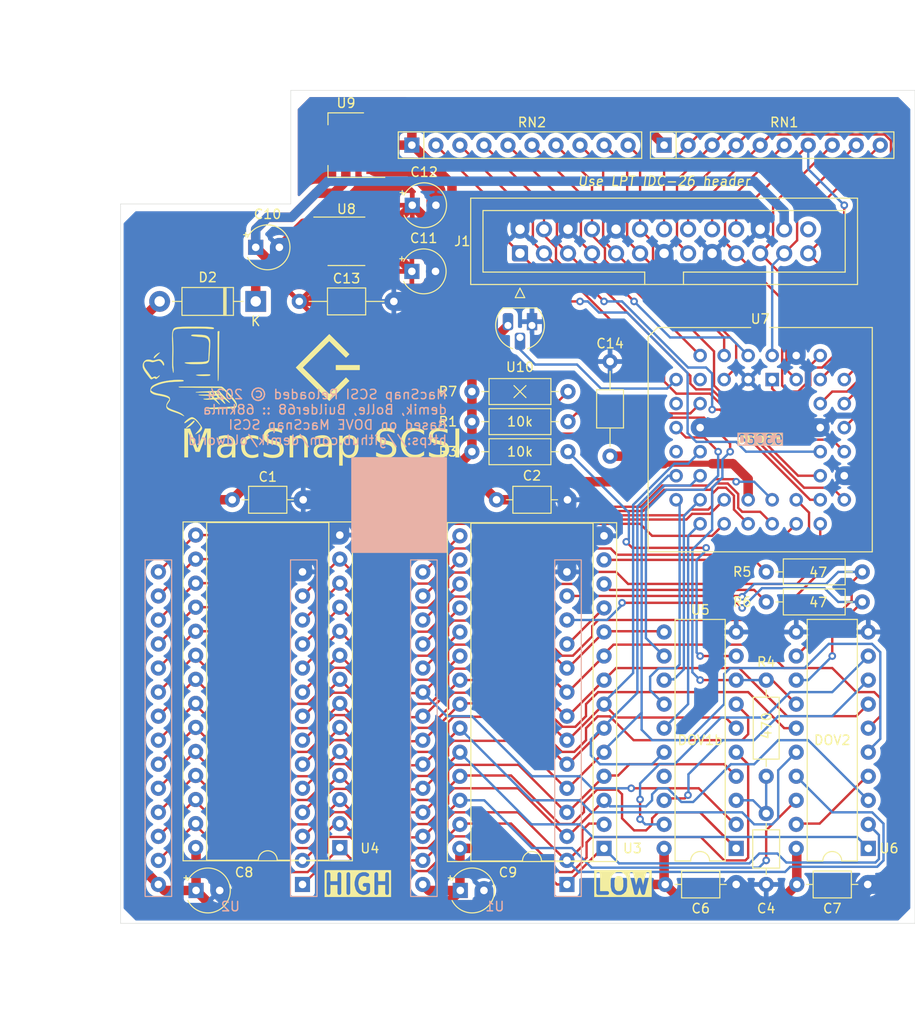
<source format=kicad_pcb>
(kicad_pcb (version 20240108) (generator "pcbnew") (generator_version "8.0")
  (title_block (title "MacSnap SCSI Reloaded") (date "2024-12-15") (rev "2.1") (company "Lostwave") (comment 1 "https://github.com/demik/MacSnap-SCSI") (comment 2 "https://68kmla.org/"))
  (layers (0 "F.Cu" signal) (31 "B.Cu" signal) (34 "B.Paste" user) (35 "F.Paste" user) (36 "B.SilkS" user "B.Silkscreen") (37 "F.SilkS" user "F.Silkscreen") (38 "B.Mask" user) (39 "F.Mask" user) (44 "Edge.Cuts" user))
  (net 0 "")
  (net 1 "GND")
  (net 2 "/D2")
  (net 3 "/D1")
  (net 4 "/D0")
  (net 5 "/D7")
  (net 6 "/D6")
  (net 7 "/D5")
  (net 8 "/D4")
  (net 9 "/D3")
  (net 10 "/D11")
  (net 11 "/D12")
  (net 12 "/D13")
  (net 13 "/D14")
  (net 14 "/D15")
  (net 15 "/D8")
  (net 16 "/D9")
  (net 17 "/D10")
  (net 18 "VCC")
  (net 19 "/A15")
  (net 20 "/A14")
  (net 21 "/A9")
  (net 22 "/A10")
  (net 23 "/A1")
  (net 24 "/A12")
  (net 25 "/A2")
  (net 26 "/A3")
  (net 27 "/A11")
  (net 28 "/A4")
  (net 29 "Net-(U5-I3)")
  (net 30 "/A5")
  (net 31 "/A6")
  (net 32 "/A7")
  (net 33 "/A8")
  (net 34 "/A13")
  (net 35 "/A16")
  (net 36 "/DB0")
  (net 37 "/DB1")
  (net 38 "/DB2")
  (net 39 "/DB3")
  (net 40 "/DB5")
  (net 41 "/DB6")
  (net 42 "/DB7")
  (net 43 "/PARITY")
  (net 44 "/~{ATN}")
  (net 45 "/~{BSY}")
  (net 46 "/~{ACK}")
  (net 47 "/~{RST}")
  (net 48 "/~{MSG}")
  (net 49 "/~{SEL}")
  (net 50 "/~{CD}")
  (net 51 "/~{REQ}")
  (net 52 "/~{IO}")
  (net 53 "/DB4")
  (net 54 "/~{DACK}")
  (net 55 "/~{CS}")
  (net 56 "/~{IOR}")
  (net 57 "/~{IOW}")
  (net 59 "Net-(U7-~{EOP})")
  (net 62 "TMPWR")
  (net 63 "+2V8")
  (net 64 "Net-(U5-I9)")
  (net 65 "Net-(U5-I8)")
  (net 66 "/D2'")
  (net 67 "/D1'")
  (net 68 "/A20")
  (net 69 "/~{ROM}")
  (net 71 "Net-(U5-IO2)")
  (net 72 "Net-(U5-IO1)")
  (net 73 "Net-(U6-I4)")
  (net 77 "Net-(U10-~{RESET})")
  (footprint "Resistor_THT:R_Axial_DIN0207_L6.3mm_D2.5mm_P10.16mm_Horizontal" (layer "F.Cu") (at 107.315 86.995 180)
    (property "Reference" "R1")
    (property "Value" "10k")
  )
  (footprint "Capacitor_THT:C_Axial_L3.8mm_D2.6mm_P7.50mm_Horizontal" (layer "F.Cu") (at 71.815 95.25)
    (property "Reference" "C1")
    (property "Value" "100nF")
  )
  (footprint "Capacitor_THT:C_Axial_L3.8mm_D2.6mm_P7.50mm_Horizontal" (layer "F.Cu") (at 99.755 95.25)
    (property "Reference" "C2")
    (property "Value" "100nF")
  )
  (footprint "Capacitor_THT:C_Axial_L3.8mm_D2.6mm_P7.50mm_Horizontal" (layer "F.Cu") (at 128.27 128.39 -90)
    (property "Reference" "C4")
    (property "Value" "1500pF")
  )
  (footprint "Capacitor_THT:C_Axial_L3.8mm_D2.6mm_P7.50mm_Horizontal" (layer "F.Cu") (at 117.595 135.89)
    (property "Reference" "C6")
    (property "Value" "100nF")
  )
  (footprint "Package_DIP:DIP-28_W15.24mm_Socket" (layer "F.Cu") (at 111.125 132.08 180)
    (property "Reference" "U3")
    (property "Value" "ROM_LOW")
  )
  (footprint "Package_DIP:DIP-28_W15.24mm_Socket" (layer "F.Cu") (at 83.185 132 180)
    (property "Reference" "U4")
    (property "Value" "ROM_HI")
  )
  (footprint "Package_DIP:DIP-20_W7.62mm" (layer "F.Cu") (at 125.095 132.08 180)
    (property "Reference" "U5")
    (property "Value" "ATF16V8B")
  )
  (footprint "Package_DIP:DIP-20_W7.62mm" (layer "F.Cu") (at 139.065 132.08 180)
    (property "Reference" "U6")
    (property "Value" "ATF16V8B")
  )
  (footprint "Resistor_THT:R_Axial_DIN0207_L6.3mm_D2.5mm_P10.16mm_Horizontal" (layer "F.Cu") (at 107.315 90.17 180)
    (property "Reference" "R3")
    (property "Value" "10k")
  )
  (footprint "Capacitor_THT:CP_Radial_Tantal_D4.5mm_P2.50mm" (layer "F.Cu") (at 67.986144 136.525)
    (property "Reference" "C8")
    (property "Value" "10uF")
  )
  (footprint "Capacitor_THT:CP_Radial_Tantal_D4.5mm_P2.50mm" (layer "F.Cu") (at 95.926144 136.525)
    (property "Reference" "C9")
    (property "Value" "10uF")
  )
  (footprint "Diode_THT:D_DO-41_SOD81_P10.16mm_Horizontal" (layer "F.Cu") (at 74.295 74.295 180)
    (property "Reference" "D2")
    (property "Value" "1N5817")
  )
  (footprint "Resistor_THT:R_Axial_DIN0207_L6.3mm_D2.5mm_P10.16mm_Horizontal" (layer "F.Cu") (at 128.27 124.46 90)
    (property "Reference" "R4")
    (property "Value" "470")
  )
  (footprint "Resistor_THT:R_Axial_DIN0207_L6.3mm_D2.5mm_P10.16mm_Horizontal" (layer "F.Cu") (at 128.27 102.87)
    (property "Reference" "R5")
    (property "Value" "47")
  )
  (footprint "Resistor_THT:R_Axial_DIN0207_L6.3mm_D2.5mm_P10.16mm_Horizontal" (layer "F.Cu") (at 138.43 106.045 180)
    (property "Reference" "R6")
    (property "Value" "47")
  )
  (footprint "Capacitor_THT:C_Axial_L3.8mm_D2.6mm_P7.50mm_Horizontal" (layer "F.Cu") (at 131.505 135.89)
    (property "Reference" "C7")
    (property "Value" "100nF")
  )
  (footprint "Capacitor_THT:CP_Radial_Tantal_D4.5mm_P2.50mm" (layer "F.Cu") (at 74.295 68.58)
    (property "Reference" "C10")
    (property "Value" "10uF")
  )
  (footprint "Capacitor_THT:CP_Radial_Tantal_D4.5mm_P2.50mm" (layer "F.Cu") (at 90.805 71.12)
    (property "Reference" "C11")
    (property "Value" "10uF")
  )
  (footprint "Resistor_THT:R_Array_SIP10" (layer "F.Cu") (at 90.805 57.785)
    (property "Reference" "RN2")
    (property "Value" "4610X-101-111LF")
  )
  (footprint "Capacitor_THT:CP_Radial_Tantal_D4.5mm_P2.50mm" (layer "F.Cu") (at 90.846144 64.135)
    (property "Reference" "C12")
    (property "Value" "10uF")
  )
  (footprint "Capacitor_THT:C_Axial_L3.8mm_D2.6mm_P10.00mm_Horizontal" (layer "F.Cu") (at 78.9 74.295)
    (property "Reference" "C13")
    (property "Value" "100nF")
  )
  (footprint "Resistor_THT:R_Array_SIP10" (layer "F.Cu") (at 117.475 57.785)
    (property "Reference" "RN1")
    (property "Value" "4610X-101-111LF")
  )
  (footprint "Package_LCC:PLCC-44_THT-Socket" (layer "F.Cu") (at 128.905 82.55)
    (property "Reference" "U7")
    (property "Value" "Z53C8003VSG")
  )
  (footprint "Capacitor_THT:C_Axial_L3.8mm_D2.6mm_P10.00mm_Horizontal" (layer "F.Cu") (at 111.76 90.645 90)
    (property "Reference" "C14")
    (property "Value" "100nF")
  )
  (footprint "Package_TO_SOT_THT:TO-92_HandSolder" (layer "F.Cu") (at 103.505 76.835 180)
    (property "Reference" "U10")
    (property "Value" "DS1233D")
  )
  (footprint "Resistor_THT:R_Axial_DIN0207_L6.3mm_D2.5mm_P10.16mm_Horizontal" (layer "F.Cu") (at 97.155 83.82)
    (property "Reference" "R7")
    (property "Value" "1200")
  )
  (footprint "Misc:Macintosh logo" (layer "F.Cu") (at 67.31 82.55)
    (property "Reference" "G***" (hide yes))
    (property "Value" "LOGO" (hide yes))
  )
  (footprint "Package_SO:SOIC-8_3.9x4.9mm_P1.27mm" (layer "F.Cu") (at 83.885 67.945)
    (property "Reference" "U8")
    (property "Value" "MC34268DR2G")
  )
  (footprint "Package_TO_SOT_SMD:SOT-223-3_TabPin2" (layer "F.Cu") (at 83.845 57.785 180)
    (property "Reference" "U9")
    (property "Value" "LT1117-2.85")
  )
  (footprint "Misc:SCSI_logo" (layer "F.Cu") (at 81.915067 81.28)
    (property "Reference" "G***" (hide yes))
    (property "Value" "LOGO" (hide yes))
  )
  (footprint "Connector_IDC:IDC-Header_2x13_P2.54mm_Vertical" (layer "F.Cu") (at 102.235 69.215 90)
    (property "Reference" "J1")
    (property "Value" "SCSI IDC-26")
  )
  (footprint "Connector_Apple:DIP-28_W15.24mm_Piggy" (layer "B.Cu") (at 91.96 135.89)
    (property "Reference" "U1")
    (property "Value" "MB_LOW")
  )
  (footprint "Connector_Apple:DIP-28_W15.24mm_Piggy" (layer "B.Cu") (at 64 135.89)
    (property "Reference" "U2")
    (property "Value" "MB_HI")
  )
  (gr_rect (start 105.9125 101.6) (end 108.7175 137.16) (stroke (width 0.12)) (fill none) (layer "B.SilkS"))
  (gr_rect (start 90.6725 101.6) (end 93.4775 137.16) (stroke (width 0.12)) (fill none) (layer "B.SilkS"))
  (gr_rect (start 84.455 90.805) (end 94.455 100.805) (stroke (width 0.12)) (fill solid) (layer "B.SilkS"))
  (gr_rect (start 62.6 101.6) (end 65.405 137.16) (stroke (width 0.12)) (fill none) (layer "B.SilkS"))
  (gr_rect (start 77.9725 101.6) (end 80.7775 137.16) (stroke (width 0.12)) (fill none) (layer "B.SilkS"))
  (gr_line (start 101.6 84.455) (end 102.87 83.185) (stroke (width 0.12)) (layer "F.SilkS"))
  (gr_line (start 101.6 83.185) (end 102.87 84.455) (stroke (width 0.12)) (layer "F.SilkS"))
  (gr_line (start 60 64) (end 60 140) (stroke (width 0.05)) (layer "Edge.Cuts"))
  (gr_line (start 78 52) (end 78 64) (stroke (width 0.05)) (layer "Edge.Cuts"))
  (gr_line (start 78 64) (end 60 64) (stroke (width 0.05)) (layer "Edge.Cuts"))
  (gr_line (start 78 52) (end 144 52) (stroke (width 0.05)) (layer "Edge.Cuts"))
  (gr_line (start 144 140) (end 144 52) (stroke (width 0.05)) (layer "Edge.Cuts"))
  (gr_line (start 60 140) (end 144 140) (stroke (width 0.05)) (layer "Edge.Cuts"))
  (gr_text "53C80" (at 127.635 88.9 -0) (layer "B.SilkS" knockout) (effects (font (size 1 1)) (justify mirror)))
  (gr_text "MacSnap SCSI Reloaded © 2024\ndemik, Bolle, Builder68 :: 68kmla\nBased on DOVE MacSnap SCSI\nhttps://github.com/demik/oldworld" (at 94.615 89.535 0) (layer "B.SilkS") (effects (font (size 1 1)) (justify left bottom mirror)))
  (gr_text "53C80" (at 127.635 88.9 0) (layer "F.SilkS" knockout) (effects (font (size 1 1))))
  (gr_text "DOV2" (at 135.255 120.65 0) (layer "F.SilkS") (effects (font (size 1 1))))
  (gr_text "LOW" (at 113.03 135.89 0) (layer "F.SilkS" knockout) (effects (font (size 2 2) (thickness 0.4) (bold yes))))
  (gr_text "10k" (at 102.235 90.17 0) (layer "F.SilkS") (effects (font (size 1 1))))
  (gr_text "47" (at 132.715 106.68 0) (layer "F.SilkS") (effects (font (size 1 1)) (justify left bottom)))
  (gr_text "10k" (at 102.235 86.995 0) (layer "F.SilkS") (effects (font (size 1 1))))
  (gr_text "470" (at 128.905 120.65 90) (layer "F.SilkS") (effects (font (size 1 1)) (justify left bottom)))
  (gr_text "HIGH" (at 85.09 135.89 0) (layer "F.SilkS" knockout) (effects (font (size 2 2) (thickness 0.4) (bold yes))))
  (gr_text "Reloaded" (at 88.4 91.9 0) (layer "F.SilkS" knockout) (effects (font (size 1 1) (thickness 0.15) (italic yes))))
  (gr_text "MacSnap SCSI" (at 81.28 89.535 0) (layer "F.SilkS") (effects (font (size 3 3) (thickness 0.375))))
  (gr_text "DOV1b" (at 121.285 120.65 0) (layer "F.SilkS") (effects (font (size 1 1))))
  (gr_text "Use LPT IDC-26 header" (at 117.475 61.595 0) (layer "F.SilkS") (effects (font (size 1 1) (thickness 0.15) (italic yes))))
  (gr_text "47" (at 132.715 103.505 0) (layer "F.SilkS") (effects (font (size 1 1)) (justify left bottom)))
  (segment (start 90.796144 60.085) (end 93.346144 62.635) (width 2) (layer "F.Cu") (net 1))
  (segment (start 93.346144 62.635) (end 93.346144 64.135) (width 2) (layer "F.Cu") (net 1))
  (segment (start 79.335 66.04) (end 76.795 68.58) (width 1) (layer "F.Cu") (net 1))
  (segment (start 86.995 60.085) (end 90.796144 60.085) (width 2) (layer "F.Cu") (net 1))
  (segment (start 81.41 66.04) (end 79.335 66.04) (width 1) (layer "F.Cu") (net 1))
  (segment (start 135.36 86.26) (end 136.873578 86.26) (width 0.25) (layer "B.Cu") (net 1))
  (segment (start 134.08 87.54) (end 135.36 86.26) (width 0.25) (layer "B.Cu") (net 1))
  (segment (start 97.155 92.71) (end 94.615 95.25) (width 2) (layer "B.Cu") (net 1))
  (segment (start 138.531201 95.148799) (end 138.43 95.25) (width 0.25) (layer "B.Cu") (net 1))
  (segment (start 126.787081 64.625) (end 113.242919 64.625) (width 2) (layer "B.Cu") (net 1))
  (segment (start 76.519315 104.459315) (end 80.329315 100.649315) (width 2) (layer "B.Cu") (net 1))
  (segment (start 107.2 95.305) (end 107.255 95.25) (width 2) (layer "B.Cu") (net 1))
  (segment (start 106.467081 64.625) (end 107.315 65.472919) (width 2) (layer "B.Cu") (net 1))
  (segment (start 127.635 138.43) (end 125.095 135.89) (width 2) (layer "B.Cu") (net 1))
  (segment (start 136.47 138.43) (end 127.635 138.43) (width 2) (layer "B.Cu") (net 1))
  (segment (start 117.475 70.417081) (end 118.322919 71.265) (width 2) (layer "B.Cu") (net 1))
  (segment (start 91.873072 67.108072) (end 93.346144 65.635) (width 2) (layer "B.Cu") (net 1))
  (segment (start 139.005 135.89) (end 141.11 135.89) (width 2) (layer "B.Cu") (net 1))
  (segment (start 139.005 135.89) (end 136.47 138.425) (width 2) (layer "B.Cu") (net 1))
  (segment (start 116.627081 71.265) (end 106.045 71.265) (width 2) (layer "B.Cu") (net 1))
  (segment (start 75.755 71.12) (end 76.795 70.08) (width 2) (layer "B.Cu") (net 1))
  (segment (start 107.2 102.87) (end 107.2 99.06) (width 2) (layer "B.Cu") (net 1))
  (segment (start 83.185 98.98) (end 83.185 95.25) (width 2) (layer "B.Cu") (net 1))
  (segment (start 78.10863 102.87) (end 79.24 102.87) (width 2) (layer "B.Cu") (net 1))
  (segment (start 142 112.395) (end 142 96.915) (width 2) (layer "B.Cu") (net 1))
  (segment (start 90.401144 68.58) (end 91.873072 67.108072) (width 2) (layer "B.Cu") (net 1))
  (segment (start 138.43 92.71) (end 140.335 92.71) (width 2) (layer "B.Cu") (net 1))
  (segment (start 103.082919 64.625) (end 106.467081 64.625) (width 2) (layer "B.Cu") (net 1))
  (segment (start 76.795 70.08) (end 76.795 68.58) (width 2) (layer "B.Cu") (net 1))
  (segment (start 104.715 92.71) (end 97.155 92.71) (width 2) (layer "B.Cu") (net 1))
  (segment (start 107.315 66.675) (end 107.315 65.472919) (width 2) (layer "B.Cu") (net 1))
  (segment (start 83.185 95.25) (end 79.315 95.25) (width 2) (layer "B.Cu") (net 1))
  (segment (start 132.08 77.47) (end 131.445 78.105) (width 2) (layer "B.Cu") (net 1))
  (segment (start 135.255 86.36) (end 133.985 87.63) (width 0.64) (layer "B.Cu") (net 1))
  (segment (start 141.11 135.89) (end 142 135) (width 2) (layer "B.Cu") (net 1))
  (segment (start 72.486144 138.525) (end 97.926144 138.525) (width 2) (layer "B.Cu") (net 1))
  (segment (start 97.926144 138.525) (end 122.475 138.525) (width 2) (layer "B.Cu") (net 1))
  (segment (start 113.242919 64.625) (end 112.395 65.472919) (width 2) (layer "B.Cu") (net 1))
  (segment (start 80.329315 100.649315) (end 81.99863 98.98) (width 2) (layer "B.Cu") (net 1))
  (segment (start 70.486144 110.492486) (end 76.519315 104.459315) (width 2) (layer "B.Cu") (net 1))
  (segment (start 140.335 78.74) (end 139.065 77.47) (width 2) (layer "B.Cu") (net 1))
  (segment (start 111.125 99.06) (end 107.2 99.06) (width 2) (layer "B.Cu") (net 1))
  (segment (start 107.255 95.25) (end 104.715 92.71) (width 2) (layer "B.Cu") (net 1))
  (segment (start 132.6762 81.2412) (end 132.6762 83.8588) (width 0.64) (layer "B.Cu") (net 1))
  (segment (start 93.45 71.265) (end 93.305 71.12) (width 2) (layer "B.Cu") (net 1))
  (segment (start 142 112.395) (end 142 111.00863) (width 2) (layer "B.Cu") (net 1))
  (segment (start 132.08 87.63) (end 126.365 87.63) (width 2) (layer "B.Cu") (net 1))
  (segment (start 121.707081 71.265) (end 122.555 70.417081) (width 2) (layer "B.Cu") (net 1))
  (segment (start 106.045 71.265) (end 93.45 71.265) (width 2) (layer "B.Cu") (net 1))
  (segment (start 140.335 86.36) (end 135.255 86.36) (width 0.64) (layer "B.Cu") (net 1))
  (segment (start 136.47 138.425) (end 136.47 138.43) (width 2) (layer "B.Cu") (net 1))
  (segment (start 93.305 71.12) (end 93.305 68.54) (width 2) (layer "B.Cu") (net 1))
  (segment (start 61.835 81.04) (end 71.755 71.12) (width 2) (layer "B.Cu") (net 1))
  (segment (start 132.6762 83.8588) (end 132.08 84.455) (width 0.64) (layer "B.Cu") (net 1))
  (segment (start 81.99863 98.98) (end 83.185 98.98) (width 2) (layer "B.Cu") (net 1))
  (segment (start 126.365 87.63) (end 121.285 87.63) (width 2) (layer "B.Cu") (net 1))
  (segment (start 139.065 77.47) (end 132.08 77.47) (width 2) (layer "B.Cu") (net 1))
  (segment (start 142 135) (end 142 112.395) (width 2) (layer "B.Cu") (net 1))
  (segment (start 108.162919 64.625) (end 111.547081 64.625) (width 2) (layer "B.Cu") (net 1))
  (segment (start 107.2 99.06) (end 107.2 95.305) (width 2) (layer "B.Cu") (net 1))
  (segment (start 93.346144 65.635) (end 93.346144 64.135) (width 2) (layer "B.Cu") (net 1))
  (segment (start 132.6762 81.2412) (end 131.445 80.01) (width 0.64) (layer "B.Cu") (net 1))
  (segment (start 79.24 101.73863) (end 80.329315 100.649315) (width 2) (layer "B.Cu") (net 1))
  (segment (start 118.322919 71.265) (end 121.707081 71.265) (width 2) (layer "B.Cu") (net 1))
  (segment (start 133.985 87.63) (end 132.08 87.63) (width 2) (layer "B.Cu") (net 1))
  (segment (start 122.475 138.525) (end 122.475 138.51) (width 2) (layer "B.Cu") (net 1))
  (segment (start 76.795 68.58) (end 90.401144 68.58) (width 2) (layer "B.Cu") (net 1))
  (segment (start 97.926144 138.525) (end 98.426144 138.025) (width 2) (layer "B.Cu") (net 1))
  (segment (start 61.835 89.775) (end 61.835 81.04) (width 2) (layer "B.Cu") (net 1))
  (segment (start 107.315 65.472919) (end 108.162919 64.625) (width 2) (layer "B.Cu") (net 1))
  (segment (start 112.395 65.472919) (end 112.395 66.675) (width 2) (layer "B.Cu") (net 1))
  (segment (start 76.519315 104.459315) (end 78.10863 102.87) (width 2) (layer "B.Cu") (net 1))
  (segment (start 98.426144 138.025) (end 98.426144 136.525) (width 2) (layer "B.Cu") (net 1))
  (segment (start 140.335 86.36) (end 140.335 78.74) (width 2) (layer "B.Cu") (net 1))
  (segment (start 140.335 95.25) (end 140.335 86.36) (width 2) (layer "B.Cu") (net 1))
  (segment (start 93.305 72.62) (end 93.305 71.12) (width 2) (layer "B.Cu") (net 1))
  (segment (start 94.615 95.25) (end 83.185 95.25) (width 2) (layer "B.Cu") (net 1))
  (segment (start 93.305 68.54) (end 91.873072 67.108072) (width 2) (layer "B.Cu") (net 1))
  (segment (start 100.897081 64.135) (end 102.235 65.472919) (width 2) (layer "B.Cu") (net 1))
  (segment (start 70.486144 110.492486) (end 70.486144 98.426144) (width 2) (layer "B.Cu") (net 1))
  (segment (start 127.635 66.675) (end 127.635 65.472919) (width 2) (layer "B.Cu") (net 1))
  (segment (start 88.9 74.295) (end 91.63 74.295) (width 2) (layer "B.Cu") (net 1))
  (segment (start 79.24 102.87) (end 79.24 101.73863) (width 2) (layer "B.Cu") (net 1))
  (segment (start 117.475 70.417081) (end 116.627081 71.265) (width 2) (layer "B.Cu") (net 1))
  (segment (start 122.555 70.417081) (end 122.555 69.215) (width 2) (layer "B.Cu") (net 1))
  (segment (start 122.475 138.51) (end 125.095 135.89) (width 2) (layer "B.Cu") (net 1))
  (segment (start 91.63 74.295) (end 93.305 72.62) (width 2) (layer "B.Cu") (net 1))
  (segment (start 111.547081 64.625) (end 112.395 65.472919) (width 2) (layer "B.Cu") (net 1))
  (segment (start 71.755 71.12) (end 75.755 71.12) (width 2) (layer "B.Cu") (net 1))
  (segment (start 131.445 78.105) (end 131.445 80.01) (width 2) (layer "B.Cu") (net 1))
  (segment (start 117.475 69.215) (end 117.475 70.417081) (width 2) (layer "B.Cu") (net 1))
  (segment (start 136.525 92.71) (end 138.43 92.71) (width 2) (layer "B.Cu") (net 1))
  (segment (start 93.346144 64.135) (end 100.897081 64.135) (width 2) (layer "B.Cu") (net 1))
  (segment (start 132.08 84.455) (end 132.08 87.63) (width 0.64) (layer "B.Cu") (net 1))
  (segment (start 70.486144 98.426144) (end 61.835 89.775) (width 2) (layer "B.Cu") (net 1))
  (segment (start 127.635 65.472919) (end 126.787081 64.625) (width 2) (layer "B.Cu") (net 1))
  (segment (start 79.315 102.795) (end 79.24 102.87) (width 2) (layer "B.Cu") (net 1))
  (segment (start 131.54 80.118105) (end 132.593789 81.171894) (width 0.64) (layer "B.Cu") (net 1))
  (segment (start 70.486144 136.525) (end 70.486144 110.492486) (width 2) (layer "B.Cu") (net 1))
  (segment (start 102.235 65.472919) (end 102.235 66.675) (width 2) (layer "B.Cu") (net 1))
  (segment (start 70.486144 136.525) (end 72.486144 138.525) (width 2) (layer "B.Cu") (net 1))
  (segment (start 142 96.915) (end 140.335 95.25) (width 2) (layer "B.Cu") (net 1))
  (segment (start 132.08 87.63) (end 132.6762 87.0338) (width 0.64) (layer "B.Cu") (net 1))
  (segment (start 127 101.6) (end 111.125 101.6) (width 0.25) (layer "F.Cu") (net 2))
  (segment (start 128.27 102.87) (end 127 101.6) (width 0.25) (layer "F.Cu") (net 2))
  (segment (start 111.76 104.775) (end 111.125 104.14) (width 0.25) (layer "F.Cu") (net 3))
  (segment (start 127 104.775) (end 111.76 104.775) (width 0.25) (layer "F.Cu") (net 3))
  (segment (start 128.27 106.045) (end 127 104.775) (width 0.25) (layer "F.Cu") (net 3))
  (segment (start 107.2 110.6) (end 111 106.8) (width 0.25) (layer "F.Cu") (net 4))
  (segment (start 91.96 113.14) (end 95.76 109.34) (width 0.25) (layer "F.Cu") (net 5))
  (segment (start 91.96 110.6) (end 95.76 106.8) (width 0.25) (layer "F.Cu") (net 6))
  (segment (start 91.96 108.06) (end 95.76 104.26) (width 0.25) (layer "F.Cu") (net 7))
  (segment (start 91.96 105.52) (end 95.76 101.72) (width 0.25) (layer "F.Cu") (net 8))
  (segment (start 91.96 102.98) (end 95.76 99.18) (width 0.25) (layer "F.Cu") (net 9))
  (segment (start 67.945 98.98) (end 78.179416 98.98) (width 0.25) (layer "F.Cu") (net 10))
  (segment (start 97.900584 95.99) (end 99.170584 97.26) (width 0.25) (layer "F.Cu") (net 10))
  (segment (start 115.045584 95.99) (end 117.289384 93.7462) (width 0.25) (layer "F.Cu") (net 10))
  (segment (start 109.109416 95.99) (end 115.045584 95.99) (width 0.25) (layer "F.Cu") (net 10))
  (segment (start 117.289384 93.7462) (end 122.1538 93.7462) (width 0.25) (layer "F.Cu") (net 10))
  (segment (start 122.1538 93.7462) (end 122.82 93.08) (width 0.25) (layer "F.Cu") (net 10))
  (segment (start 64 102.87) (end 67.89 98.98) (width 0.25) (layer "F.Cu") (net 10))
  (segment (start 107.839416 97.26) (end 109.109416 95.99) (width 0.25) (layer "F.Cu") (net 10))
  (segment (start 99.170584 97.26) (end 107.839416 97.26) (width 0.25) (layer "F.Cu") (net 10))
  (segment (start 124.83 93.08) (end 125.095 93.345) (width 0.25) (layer "F.Cu") (net 10))
  (segment (start 81.169416 95.99) (end 97.900584 95.99) (width 0.25) (layer "F.Cu") (net 10))
  (segment (start 78.179416 98.98) (end 81.169416 95.99) (width 0.25) (layer "F.Cu") (net 10))
  (segment (start 122.82 93.08) (end 124.83 93.08) (width 0.25) (layer "F.Cu") (net 10))
  (via (at 125.095 93.345) (size 0.8) (drill 0.4) (layers "F.Cu" "B.Cu") (net 10))
  (segment (start 128.905 95.25) (end 127 93.345) (width 0.25) (layer "B.Cu") (net 10))
  (segment (start 127 93.345) (end 125.095 93.345) (width 0.25) (layer "B.Cu") (net 10))
  (segment (start 117.47578 94.1962) (end 115.23198 96.44) (width 0.25) (layer "F.Cu") (net 11))
  (segment (start 76.275812 101.52) (end 67.945 101.52) (width 0.25) (layer "F.Cu") (net 11))
  (segment (start 97.714188 96.44) (end 81.355812 96.44) (width 0.25) (layer "F.Cu") (net 11))
  (segment (start 123.006396 93.53) (end 122.340196 94.1962) (width 0.25) (layer "F.Cu") (net 11))
  (segment (start 125.3112 94.634395) (end 124.206805 93.53) (width 0.25) (layer "F.Cu") (net 11))
  (segment (start 115.23198 96.44) (end 109.295812 96.44) (width 0.25) (layer "F.Cu") (net 11))
  (segment (start 108.025812 97.71) (end 98.984188 97.71) (width 0.25) (layer "F.Cu") (net 11))
  (segment (start 81.355812 96.44) (end 76.275812 101.52) (width 0.25) (layer "F.Cu") (net 11))
  (segment (start 127.635 96.52) (end 125.731396 96.52) (width 0.25) (layer "F.Cu") (net 11))
  (segment (start 64 105.41) (end 67.89 101.52) (width 0.25) (layer "F.Cu") (net 11))
  (segment (start 109.295812 96.44) (end 108.025812 97.71) (width 0.25) (layer "F.Cu") (net 11))
  (segment (start 124.206805 93.53) (end 123.006396 93.53) (width 0.25) (layer "F.Cu") (net 11))
  (segment (start 98.984188 97.71) (end 97.714188 96.44) (width 0.25) (layer "F.Cu") (net 11))
  (segment (start 128.905 97.79) (end 127.635 96.52) (width 0.25) (layer "F.Cu") (net 11))
  (segment (start 125.3112 96.099804) (end 125.3112 94.634395) (width 0.25) (layer "F.Cu") (net 11))
  (segment (start 125.731396 96.52) (end 125.3112 96.099804) (width 0.25) (layer "F.Cu") (net 11))
  (segment (start 122.340196 94.1962) (end 117.47578 94.1962) (width 0.25) (layer "F.Cu") (net 11))
  (segment (start 120.2488 96.2862) (end 122.152404 96.2862) (width 0.25) (layer "F.Cu") (net 12))
  (segment (start 81.542208 96.89) (end 97.527792 96.89) (width 0.25) (layer "F.Cu") (net 12))
  (segment (start 126.365 97.79) (end 124.8612 96.2862) (width 0.25) (layer "F.Cu") (net 12))
  (segment (start 122.555 94.617792) (end 122.555 95.883604) (width 0.25) (layer "F.Cu") (net 12))
  (segment (start 97.527792 96.89) (end 98.797792 98.16) (width 0.25) (layer "F.Cu") (net 12))
  (segment (start 108.212208 98.16) (end 109.482208 96.89) (width 0.25) (layer "F.Cu") (net 12))
  (segment (start 64 107.95) (end 67.89 104.06) (width 0.25) (layer "F.Cu") (net 12))
  (segment (start 124.021805 93.981396) (end 123.191396 93.981396) (width 0.25) (layer "F.Cu") (net 12))
  (segment (start 124.8612 94.820791) (end 124.021805 93.981396) (width 0.25) (layer "F.Cu") (net 12))
  (segment (start 98.797792 98.16) (end 108.212208 98.16) (width 0.25) (layer "F.Cu") (net 12))
  (segment (start 67.945 104.06) (end 74.372208 104.06) (width 0.25) (layer "F.Cu") (net 12))
  (segment (start 109.482208 96.89) (end 119.645 96.89) (width 0.25) (layer "F.Cu") (net 12))
  (segment (start 122.152404 96.2862) (end 122.555 95.883604) (width 0.25) (layer "F.Cu") (net 12))
  (segment (start 119.645 96.89) (end 120.2488 96.2862) (width 0.25) (layer "F.Cu") (net 12))
  (segment (start 74.372208 104.06) (end 81.542208 96.89) (width 0.25) (layer "F.Cu") (net 12))
  (segment (start 123.191396 93.981396) (end 122.555 94.617792) (width 0.25) (layer "F.Cu") (net 12))
  (segment (start 124.8612 96.2862) (end 124.8612 94.820791) (width 0.25) (layer "F.Cu") (net 12))
  (segment (start 108.398604 98.61) (end 109.668604 97.34) (width 0.25) (layer "F.Cu") (net 13))
  (segment (start 67.945 106.6) (end 72.468604 106.6) (width 0.25) (layer "F.Cu") (net 13))
  (segment (start 109.668604 97.34) (end 119.831396 97.34) (width 0.25) (layer "F.Cu") (net 13))
  (segment (start 72.468604 106.6) (end 81.728604 97.34) (width 0.25) (layer "F.Cu") (net 13))
  (segment (start 81.728604 97.34) (end 97.341396 97.34) (width 0.25) (layer "F.Cu") (net 13))
  (segment (start 119.831396 97.34) (end 120.435196 96.7362) (width 0.25) (layer "F.Cu") (net 13))
  (segment (start 97.341396 97.34) (end 98.611396 98.61) (width 0.25) (layer "F.Cu") (net 13))
  (segment (start 120.435196 96.7362) (end 122.3388 96.7362) (width 0.25) (layer "F.Cu") (net 13))
  (segment (start 98.611396 98.61) (end 108.398604 98.61) (width 0.25) (layer "F.Cu") (net 13))
  (segment (start 64 110.49) (end 67.89 106.6) (width 0.25) (layer "F.Cu") (net 13))
  (segment (start 122.3388 96.7362) (end 123.825 95.25) (width 0.25) (layer "F.Cu") (net 13))
  (segment (start 67.945 109.14) (end 70.565 109.14) (width 0.25) (layer "F.Cu") (net 14))
  (segment (start 97.155 97.79) (end 98.425 99.06) (width 0.25) (layer "F.Cu") (net 14))
  (segment (start 108.585 99.06) (end 109.855 97.79) (width 0.25) (layer "F.Cu") (net 14))
  (segment (start 64 113.03) (end 67.89 109.14) (width 0.25) (layer "F.Cu") (net 14))
  (segment (start 98.425 99.06) (end 108.585 99.06) (width 0.25) (layer "F.Cu") (net 14))
  (segment (start 70.565 109.14) (end 81.915 97.79) (width 0.25) (layer "F.Cu") (net 14))
  (segment (start 81.915 97.79) (end 97.155 97.79) (width 0.25) (layer "F.Cu") (net 14))
  (segment (start 114.935 97.79) (end 116.205 99.06) (width 0.25) (layer "F.Cu") (net 14))
  (segment (start 109.855 97.79) (end 114.935 97.79) (width 0.25) (layer "F.Cu") (net 14))
  (segment (start 116.205 99.06) (end 122.555 99.06) (width 0.25) (layer "F.Cu") (net 14))
  (segment (start 122.555 99.06) (end 123.825 97.79) (width 0.25) (layer "F.Cu") (net 14))
  (segment (start 94.634999 106.059999) (end 94.634999 107.050003) (width 0.25) (layer "F.Cu") (net 15))
  (segment (start 92.500001 109.185001) (end 85.770001 109.185001) (width 0.25) (layer "F.Cu") (net 15))
  (segment (start 128.905 107.95) (end 110.524998 107.95) (width 0.25) (layer "F.Cu") (net 15))
  (segment (start 133.985 102.87) (end 128.905 107.95) (width 0.25) (layer "F.Cu") (net 15))
  (segment (start 107.829999 111.725001) (end 106.659999 111.725001) (width 0.25) (layer "F.Cu") (net 15))
  (segment (start 100.409997 105.474999) (end 95.219999 105.474999) (width 0.25) (layer "F.Cu") (net 15))
  (segment (start 109.874999 109.680001) (end 107.829999 111.725001) (width 0.25) (layer "F.Cu") (net 15))
  (segment (start 109.874999 108.599999) (end 109.874999 109.680001) (width 0.25) (layer "F.Cu") (net 15))
  (segment (start 85.770001 109.185001) (end 83.185 106.6) (width 0.25) (layer "F.Cu") (net 15))
  (segment (start 94.634999 107.050003) (end 92.500001 109.185001) (width 0.25) (layer "F.Cu") (net 15))
  (segment (start 79.24 110.6) (end 83 106.84) (width 0.25) (layer "F.Cu") (net 15))
  (segment (start 133.985 97.79) (end 133.985 102.87) (width 0.25) (layer "F.Cu") (net 15))
  (segment (start 106.659999 111.725001) (end 100.409997 105.474999) (width 0.25) (layer "F.Cu") (net 15))
  (segment (start 95.219999 105.474999) (end 94.634999 106.059999) (width 0.25) (layer "F.Cu") (net 15))
  (segment (start 110.524998 107.95) (end 109.874999 108.599999) (width 0.25) (layer "F.Cu") (net 15))
  (segment (start 94.634999 104.510003) (end 92.500001 106.645001) (width 0.25) (layer "F.Cu") (net 16))
  (segment (start 107.95 104.14) (end 101.614998 104.14) (width 0.25) (layer "F.Cu") (net 16))
  (segment (start 109.22 102.87) (end 107.95 104.14) (width 0.25) (layer "F.Cu") (net 16))
  (segment (start 95.219999 102.934999) (end 94.634999 103.519999) (width 0.25) (layer "F.Cu") (net 16))
  (segment (start 131.53 104.14) (end 113.665 104.14) (width 0.25) (layer "F.Cu") (net 16))
  (segment (start 94.634999 103.519999) (end 94.634999 104.510003) (width 0.25) (layer "F.Cu") (net 16))
  (segment (start 131.445 95.25) (end 132.8 96.605) (width 0.25) (layer "F.Cu") (net 16))
  (segment (start 112.395 102.87) (end 109.22 102.87) (width 0.25) (layer "F.Cu") (net 16))
  (segment (start 100.409997 102.934999) (end 95.219999 102.934999) (width 0.25) (layer "F.Cu") (net 16))
  (segment (start 79.24 108.06) (end 83 104.3) (width 0.25) (layer "F.Cu") (net 16))
  (segment (start 132.8 96.605) (end 132.8 102.87) (width 0.25) (layer "F.Cu") (net 16))
  (segment (start 92.500001 106.645001) (end 85.770001 106.645001) (width 0.25) (layer "F.Cu") (net 16))
  (segment (start 101.614998 104.14) (end 100.409997 102.934999) (width 0.25) (layer "F.Cu") (net 16))
  (segment (start 85.770001 106.645001) (end 83.185 104.06) (width 0.25) (layer "F.Cu") (net 16))
  (segment (start 132.8 102.87) (end 131.53 104.14) (width 0.25) (layer "F.Cu") (net 16))
  (segment (start 113.665 104.14) (end 112.395 102.87) (width 0.25) (layer "F.Cu") (net 16))
  (segment (start 94.634999 100.979999) (end 94.634999 102.060001) (width 0.25) (layer "F.Cu") (net 17))
  (segment (start 95.219999 100.394999) (end 94.634999 100.979999) (width 0.25) (layer "F.Cu") (net 17))
  (segment (start 128.18 101.055) (end 112.485 101.055) (width 0.25) (layer "F.Cu") (net 17))
  (segment (start 92.589999 104.105001) (end 85.770001 104.105001) (width 0.25) (layer "F.Cu") (net 17))
  (segment (start 94.634999 102.060001) (end 92.589999 104.105001) (width 0.25) (layer "F.Cu") (net 17))
  (segment (start 111.824999 100.394999) (end 95.219999 100.394999) (width 0.25) (layer "F.Cu") (net 17))
  (segment (start 112.485 101.055) (end 111.824999 100.394999) (width 0.25) (layer "F.Cu") (net 17))
  (segment (start 79.24 105.41) (end 83.13 101.52) (width 0.25) (layer "F.Cu") (net 17))
  (segment (start 85.770001 104.105001) (end 83.185 101.52) (width 0.25) (layer "F.Cu") (net 17))
  (segment (start 131.445 97.79) (end 128.18 101.055) (width 0.25) (layer "F.Cu") (net 17))
  (segment (start 113.665 93.345) (end 115.57 91.44) (width 1) (layer "F.Cu") (net 18))
  (segment (start 97.155 83.82) (end 97.155 80.645) (width 1) (layer "F.Cu") (net 18))
  (segment (start 111.53 138.025) (end 105.64 138.025) (width 1) (layer "F.Cu") (net 18))
  (segment (start 131.505 135.89) (end 131.505 132.14) (width 1) (layer "F.Cu") (net 18))
  (segment (start 129.6 137.795) (end 131.505 135.89) (width 1) (layer "F.Cu") (net 18))
  (segment (start 97.155 80.645) (end 100.965 76.835) (width 1) (layer "F.Cu") (net 18))
  (segment (start 97.155 90.17) (end 95.25 92.075) (width 1) (layer "F.Cu") (net 18))
  (segment (start 97.85 93.345) (end 95.25 93.345) (width 1) (layer "F.Cu") (net 18))
  (segment (start 105.41 93.345) (end 113.665 93.345) (width 1) (layer "F.Cu") (net 18))
  (segment (start 95.25 93.345) (end 95.25 92.075) (width 1) (layer "F.Cu") (net 18))
  (segment (start 61.595 95.25) (end 61.595 76.835) (width 1) (layer "F.Cu") (net 18))
  (segment (start 61.595 133.485) (end 61.595 95.25) (width 1) (layer "F.Cu") (net 18))
  (segment (start 117.595 135.89) (end 113.665 135.89) (width 1) (layer "F.Cu") (net 18))
  (segment (start 64.635 136.525) (end 64 135.89) (width 1) (layer "F.Cu") (net 18))
  (segment (start 61.595 76.835) (end 64.135 74.295) (width 1) (layer "F.Cu") (net 18))
  (segment (start 67.986144 136.525) (end 64.635 136.525) (width 1) (layer "F.Cu") (net 18))
  (segment (start 126.365 93.059365) (end 124.745635 91.44) (width 1) (layer "F.Cu") (net 18))
  (segment (start 117.475 132.08) (end 117.475 135.77) (width 1) (layer "F.Cu") (net 18))
  (segment (start 67.986144 136.525) (end 67.986144 132.041144) (width 1) (layer "F.Cu") (net 18))
  (segment (start 117.595 135.89) (end 119.5 137.795) (width 1) (layer "F.Cu") (net 18))
  (segment (start 126.365 95.25) (end 126.365 93.059365) (width 1) (layer "F.Cu") (net 18))
  (segment (start 97.155 86.995) (end 97.155 90.17) (width 1) (layer "F.Cu") (net 18))
  (segment (start 103.505 95.25) (end 105.41 93.345) (width 1) (layer "F.Cu") (net 18))
  (segment (start 95.25 93.345) (end 73.72 93.345) (width 1) (layer "F.Cu") (net 18))
  (segment (start 105.64 138.025) (end 99.695 132.08) (width 1) (layer "F.Cu") (net 18))
  (segment (start 111.76 90.645) (end 114.775 90.645) (width 1) (layer "F.Cu") (net 18))
  (segment (start 95.926144 136.525) (end 92.595 136.525) (width 1) (layer "F.Cu") (net 18))
  (segment (start 71.815 95.25) (end 61.595 95.25) (width 1) (layer "F.Cu") (net 18))
  (segment (start 64 135.89) (end 61.595 133.485) (width 1) (layer "F.Cu") (net 18))
  (segment (start 94.021144 138.43) (end 95.926144 136.525) (width 1) (layer "F.Cu") (net 18))
  (segment (start 99.755 95.25) (end 97.85 93.345) (width 1) (layer "F.Cu") (net 18))
  (segment (start 97.155 86.995) (end 97.155 83.82) (width 1) (layer "F.Cu") (net 18))
  (segment (start 99.755 95.25) (end 103.505 95.25) (width 1) (layer "F.Cu") (net 18))
  (segment (start 73.72 93.345) (end 71.815 95.25) (width 1) (layer "F.Cu") (net 18))
  (segment (start 114.775 90.645) (end 115.57 91.44) (width 1) (layer "F.Cu") (net 18))
  (segment (start 67.986144 136.525) (end 69.891144 138.43) (width 1) (layer "F.Cu") (net 18))
  (segment (start 119.5 137.795) (end 129.6 137.795) (width 1) (layer "F.Cu") (net 18))
  (segment (start 124.745635 91.44) (end 122.555 91.44) (width 1) (layer "F.Cu") (net 18))
  (segment (start 115.57 91.44) (end 117.475 91.44) (width 1) (layer "F.Cu") (net 18))
  (segment (start 99.695 132.08) (end 95.885 132.08) (width 1) (layer "F.Cu") (net 18))
  (segment (start 69.891144 138.43) (end 94.021144 138.43) (width 1) (layer "F.Cu") (net 18))
  (segment (start 95.885 132.08) (end 95.885 136.483856) (width 1) (layer "F.Cu") (net 18))
  (segment (start 122.555 91.44) (end 117.475 91.44) (width 0.64) (layer "F.Cu") (net 18))
  (segment (start 111.53 138.025) (end 113.665 135.89) (width 1) (layer "F.Cu") (net 18))
  (segment (start 92.595 136.525) (end 91.96 135.89) (width 1) (layer "F.Cu") (net 18))
  (segment (start 79.778589 134.585001) (end 72.885001 134.585001) (width 0.25) (layer "F.Cu") (net 19))
  (segment (start 125.095 121.92) (end 126.365 123.19) (width 0.25) (layer "F.Cu") (net 19))
  (segment (start 81.939999 130.874999) (end 84.31 130.875) (width 0.25) (layer "F.Cu") (net 19))
  (segment (start 91.96 133.35) (end 86.785 133.35) (width 0.25) (layer "F.Cu") (net 19))
  (segment (start 95.76 129.46) (end 101.29641 129.46) (width 0.25) (layer "F.Cu") (net 19))
  (segment (start 107.740001 134.585001) (end 109.28001 133.044992) (width 0.25) (layer "F.Cu") (net 19))
  (segment (start 86.785 133.35) (end 84.31 130.875) (width 0.25) (layer "F.Cu") (net 19))
  (segment (start 126.075 133.35) (end 126.365 133.06) (width 0.25) (layer "F.Cu") (net 19))
  (segment (start 126.365 133.06) (end 126.365 123.19) (width 0.25) (layer "F.Cu") (net 19))
  (segment (start 81.939999 130.874999) (end 81.874999 130.939999) (width 0.25) (layer "F.Cu") (net 19))
  (segment (start 81.874999 132.488591) (end 79.778589 134.585001) (width 0.25) (layer "F.Cu") (net 19))
  (segment (start 101.29641 129.46) (end 106.421411 134.585001) (width 0.25) (layer "F.Cu") (net 19))
  (segment (start 126.275 123.115) (end 125 121.84) (width 0.25) (layer "F.Cu") (net 19))
  (segment (start 64 133.35) (end 67.89 129.46) (width 0.25) (layer "F.Cu") (net 19))
  (segment (start 72.885001 134.585001) (end 67.76 129.46) (width 0.25) (layer "F.Cu") (net 19))
  (segment (start 109.284999 131.445) (end 109.855 130.874999) (width 0.25) (layer "F.Cu") (net 19))
  (segment (start 109.855 130.874999) (end 121.349999 130.874999) (width 0.25) (layer "F.Cu") (net 19))
  (segment (start 91.96 133.46) (end 95.76 129.66) (width 0.25) (layer "F.Cu") (net 19))
  (segment (start 109.28001 131.445) (end 109.284999 131.445) (width 0.25) (layer "F.Cu") (net 19))
  (segment (start 106.421411 134.585001) (end 107.740001 134.585001) (width 0.25) (layer "F.Cu") (net 19))
  (segment (start 123.825 133.35) (end 126.075 133.35) (width 0.25) (layer "F.Cu") (net 19))
  (segment (start 81.874999 130.939999) (end 81.874999 132.488591) (width 0.25) (layer "F.Cu") (net 19))
  (segment (start 121.349999 130.874999) (end 123.825 133.35) (width 0.25) (layer "F.Cu") (net 19))
  (segment (start 109.28001 133.044992) (end 109.28001 131.445) (width 0.25) (layer "F.Cu") (net 19))
  (segment (start 128.27 130.175) (end 131.445 127) (width 0.25) (layer "F.Cu") (net 20))
  (segment (start 80.94999 129.84642) (end 82.538205 128.258205) (width 0.25) (layer "F.Cu") (net 20))
  (segment (start 79.954999 132.045001) (end 80.94999 131.05001) (width 0.25) (layer "F.Cu") (net 20))
  (segment (start 64 130.81) (end 67.89 126.92) (width 0.25) (layer "F.Cu") (net 20))
  (segment (start 86.363604 130.92) (end 91.96 130.92) (width 0.25) (layer "F.Cu") (net 20))
  (segment (start 67.76 126.92) (end 72.885001 132.045001) (width 0.25) (layer "F.Cu") (net 20))
  (segment (start 72.885001 132.045001) (end 79.954999 132.045001) (width 0.25) (layer "F.Cu") (net 20))
  (segment (start 80.94999 131.05001) (end 80.94999 129.84642) (width 0.25) (layer "F.Cu") (net 20))
  (segment (start 83.701809 128.258205) (end 86.363604 130.92) (width 0.25) (layer "F.Cu") (net 20))
  (segment (start 82.538205 128.258205) (end 83.701809 128.258205) (width 0.25) (layer "F.Cu") (net 20))
  (segment (start 91.96 130.92) (end 95.76 127.12) (width 0.25) (layer "F.Cu") (net 20))
  (segment (start 128.27 133.35) (end 128.27 130.175) (width 0.25) (layer "F.Cu") (net 20))
  (via (at 128.27 133.35) (size 0.8) (drill 0.4) (layers "F.Cu" "B.Cu") (net 20))
  (segment (start 127.505 134.115) (end 109.81 134.115) (width 0.25) (layer "B.Cu") (net 20))
  (segment (start 109.81 134.115) (end 107.740001 132.045001) (width 0.25) (layer "B.Cu") (net 20))
  (segment (start 107.740001 132.045001) (end 103.505 132.045001) (width 0.25) (layer "B.Cu") (net 20))
  (segment (start 103.505 132.045001) (end 98.459999 127) (width 0.25) (layer "B.Cu") (net 20))
  (segment (start 98.459999 127) (end 95.885 127) (width 0.25) (layer "B.Cu") (net 20))
  (segment (start 128.27 133.35) (end 127.505 134.115) (width 0.25) (layer "B.Cu") (net 20))
  (segment (start 101.29641 124.38) (end 106.421411 129.505001) (width 0.25) (layer "F.Cu") (net 21))
  (segment (start 109 128.245002) (end 109 127.254998) (width 0.25) (layer "F.Cu") (net 21))
  (segment (start 79.983604 129.54) (end 73.105 129.54) (width 0.25) (layer "F.Cu") (net 21))
  (segment (start 81 128.523604) (end 79.983604 129.54) (width 0.25) (layer "F.Cu") (net 21))
  (segment (start 109 127.254998) (end 110.379998 125.875) (width 0.25) (layer "F.Cu") (net 21))
  (segment (start 107.740001 129.505001) (end 109 128.245002) (width 0.25) (layer "F.Cu") (net 21))
  (segment (start 64 128.27) (end 67.89 124.38) (width 0.25) (layer "F.Cu") (net 21))
  (segment (start 86.438604 128.27) (end 83.963604 125.795) (width 0.25) (layer "F.Cu") (net 21))
  (segment (start 116.205 129.54) (end 116.205 128.905) (width 0.25) (layer "F.Cu") (net 21))
  (segment (start 125.095 132.08) (end 121.2925 128.2775) (width 0.25) (layer "F.Cu") (net 21))
  (segment (start 91.96 128.27) (end 86.438604 128.27) (width 0.25) (layer "F.Cu") (net 21))
  (segment (start 116.2125 128.905) (end 116.84 128.2775) (width 0.25) (layer "F.Cu") (net 21))
  (segment (start 112.54 125.875) (end 113.03 126.365) (width 0.25) (layer "F.Cu") (net 21))
  (segment (start 114.3 130.175) (end 115.57 130.175) (width 0.25) (layer "F.Cu") (net 21))
  (segment (start 83.963604 125.795) (end 82.461411 125.794999) (width 0.25) (layer "F.Cu") (net 21))
  (segment (start 81 127.25641) (end 81 128.523604) (width 0.25) (layer "F.Cu") (net 21))
  (segment (start 82.461411 125.794999) (end 81 127.25641) (width 0.25) (layer "F.Cu") (net 21))
  (segment (start 95.76 124.38) (end 101.29641 124.38) (width 0.25) (layer "F.Cu") (net 21))
  (segment (start 73.105 129.54) (end 67.945 124.38) (width 0.25) (layer "F.Cu") (net 21))
  (segment (start 116.84 128.2775) (end 121.2775 128.2775) (width 0.25) (layer "F.Cu") (net 21))
  (segment (start 115.57 130.175) (end 116.205 129.54) (width 0.25) (layer "F.Cu") (net 21))
  (segment (start 116.205 128.905) (end 116.2125 128.905) (width 0.25) (layer "F.Cu") (net 21))
  (segment (start 113.03 128.905) (end 114.3 130.175) (width 0.25) (layer "F.Cu") (net 21))
  (segment (start 91.96 128.38) (end 95.76 124.58) (width 0.25) (layer "F.Cu") (net 21))
  (segment (start 110.379998 125.875) (end 112.54 125.875) (width 0.25) (layer "F.Cu") (net 21))
  (segment (start 121.2925 128.2775) (end 121.2775 128.2775) (width 0.25) (layer "F.Cu") (net 21))
  (segment (start 113.03 126.365) (end 113.03 128.905) (width 0.25) (layer "F.Cu") (net 21))
  (segment (start 121.2775 128.2775) (end 125 132) (width 0.25) (layer "F.Cu") (net 21))
  (segment (start 106.421411 129.505001) (end 107.740001 129.505001) (width 0.25) (layer "F.Cu") (net 21))
  (segment (start 83.808205 123.178205) (end 82.538205 123.178205) (width 0.25) (layer "F.Cu") (net 22))
  (segment (start 64 125.73) (end 67.89 121.84) (width 0.25) (layer "F.Cu") (net 22))
  (segment (start 81 124.71641) (end 81 125.745002) (width 0.25) (layer "F.Cu") (net 22))
  (segment (start 82.538205 123.178205) (end 81 124.71641) (width 0.25) (layer "F.Cu") (net 22))
  (segment (start 81 125.745002) (end 79.780001 126.965001) (width 0.25) (layer "F.Cu") (net 22))
  (segment (start 91.96 125.84) (end 86.47 125.84) (width 0.25) (layer "F.Cu") (net 22))
  (segment (start 95.76 122.04) (end 91.96 125.84) (width 0.25) (layer "F.Cu") (net 22))
  (segment (start 86.47 125.84) (end 83.808205 123.178205) (width 0.25) (layer "F.Cu") (net 22))
  (segment (start 72.885001 126.965001) (end 67.76 121.84) (width 0.25) (layer "F.Cu") (net 22))
  (segment (start 79.780001 126.965001) (end 72.885001 126.965001) (width 0.25) (layer "F.Cu") (net 22))
  (segment (start 139 132) (end 137.874999 130.874999) (width 0.25) (layer "B.Cu") (net 22))
  (segment (start 103.46 129.54) (end 95.76 121.84) (width 0.25) (layer "B.Cu") (net 22))
  (segment (start 137.874999 130.874999) (end 109.919999 130.874999) (width 0.25) (layer "B.Cu") (net 22))
  (segment (start 109.919999 130.874999) (end 108.585 129.54) (width 0.25) (layer "B.Cu") (net 22))
  (segment (start 108.585 129.54) (end 103.46 129.54) (width 0.25) (layer "B.Cu") (net 22))
  (segment (start 94.634999 108.599999) (end 95.219999 108.014999) (width 0.25) (layer "F.Cu") (net 23))
  (segment (start 85.770001 111.725001) (end 92.500001 111.725001) (width 0.25) (layer "F.Cu") (net 23))
  (segment (start 111 109.14) (end 117.38 109.14) (width 0.25) (layer "F.Cu") (net 23))
  (segment (start 95.219999 108.014999) (end 102.074999 108.014999) (width 0.25) (layer "F.Cu") (net 23))
  (segment (start 92.500001 111.725001) (end 94.634999 109.590003) (width 0.25) (layer "F.Cu") (net 23))
  (segment (start 85.770001 111.725001) (end 83.185 109.14) (width 0.25) (layer "F.Cu") (net 23))
  (segment (start 94.634999 109.590003) (end 94.634999 108.599999) (width 0.25) (layer "F.Cu") (net 23))
  (segment (start 79.24 113.03) (end 83.13 109.14) (width 0.25) (layer "F.Cu") (net 23))
  (segment (start 102.074999 108.014999) (end 107.2 113.14) (width 0.25) (layer "F.Cu") (net 23))
  (segment (start 107.2 113.14) (end 111 109.34) (width 0.25) (layer "F.Cu") (net 23))
  (segment (start 81 122.17641) (end 82.52641 120.65) (width 0.25) (layer "F.Cu") (net 24))
  (segment (start 86.548604 123.3) (end 91.96 123.3) (width 0.25) (layer "F.Cu") (net 24))
  (segment (start 79.983604 124.46) (end 81 123.443604) (width 0.25) (layer "F.Cu") (net 24))
  (segment (start 64 123.19) (end 67.89 119.3) (width 0.25) (layer "F.Cu") (net 24))
  (segment (start 83.898604 120.65) (end 86.548604 123.3) (width 0.25) (layer "F.Cu") (net 24))
  (segment (start 91.96 123.3) (end 95.76 119.5) (width 0.25) (layer "F.Cu") (net 24))
  (segment (start 82.52641 120.65) (end 83.898604 120.65) (width 0.25) (layer "F.Cu") (net 24))
  (segment (start 73.105 124.46) (end 79.983604 124.46) (width 0.25) (layer "F.Cu") (net 24))
  (segment (start 81 123.443604) (end 81 122.17641) (width 0.25) (layer "F.Cu") (net 24))
  (segment (start 67.945 119.3) (end 73.105 124.46) (width 0.25) (layer "F.Cu") (net 24))
  (segment (start 129.54 128.905) (end 129.54 123.825) (width 0.25) (layer "B.Cu") (net 24))
  (segment (start 108.520001 127) (end 109.79 128.27) (width 0.25) (layer "B.Cu") (net 24))
  (segment (start 127 129.54) (end 128.905 129.54) (width 0.25) (layer "B.Cu") (net 24))
  (segment (start 129.54 123.825) (end 131.445 121.92) (width 0.25) (layer "B.Cu") (net 24))
  (segment (start 103.46 127) (end 108.520001 127) (width 0.25) (layer "B.Cu") (net 24))
  (segment (start 95.76 119.3) (end 103.46 127) (width 0.25) (layer "B.Cu") (net 24))
  (segment (start 125.73 128.27) (end 127 129.54) (width 0.25) (layer "B.Cu") (net 24))
  (segment (start 109.79 128.27) (end 125.73 128.27) (width 0.25) (layer "B.Cu") (net 24))
  (segment (start 128.905 129.54) (end 129.54 128.905) (width 0.25) (layer "B.Cu") (net 24))
  (segment (start 140.335 118.11) (end 139.065 119.38) (width 0.25) (layer "F.Cu") (net 25))
  (segment (start 135.255 113.03) (end 137.795 115.57) (width 0.25) (layer "F.Cu") (net 25))
  (segment (start 94.634999 111.139999) (end 94.634999 112.220001) (width 0.25) (layer "F.Cu") (net 25))
  (segment (start 107.2 115.68) (end 102.074999 110.554999) (width 0.25) (layer "F.Cu") (net 25))
  (segment (start 79.24 115.57) (end 83.13 111.68) (width 0.25) (layer "F.Cu") (net 25))
  (segment (start 111 111.88) (end 107.2 115.68) (width 0.25) (layer "F.Cu") (net 25))
  (segment (start 92.589999 114.265001) (end 85.770001 114.265001) (width 0.25) (layer "F.Cu") (net 25))
  (segment (start 95.219999 110.554999) (end 94.634999 111.139999) (width 0.25) (layer "F.Cu") (net 25))
  (segment (start 85.770001 114.265001) (end 83.185 111.68) (width 0.25) (layer "F.Cu") (net 25))
  (segment (start 139.7 115.57) (end 140.335 116.205) (width 0.25) (layer "F.Cu") (net 25))
  (segment (start 130.175 113.03) (end 135.255 113.03) (width 0.25) (layer "F.Cu") (net 25))
  (segment (start 111 111.68) (end 112.125001 110.554999) (width 0.25) (layer "F.Cu") (net 25))
  (segment (start 140.335 116.205) (end 140.335 118.11) (width 0.25) (layer "F.Cu") (net 25))
  (segment (start 127.699999 110.554999) (end 130.175 113.03) (width 0.25) (layer "F.Cu") (net 25))
  (segment (start 112.125001 110.554999) (end 127.699999 110.554999) (width 0.25) (layer "F.Cu") (net 25))
  (segment (start 137.795 115.57) (end 139.7 115.57) (width 0.25) (layer "F.Cu") (net 25))
  (segment (start 102.074999 110.554999) (end 95.219999 110.554999) (width 0.25) (layer "F.Cu") (net 25))
  (segment (start 94.634999 112.220001) (end 92.589999 114.265001) (width 0.25) (layer "F.Cu") (net 25))
  (segment (start 126.525496 114.139504) (end 125.415991 113.03) (width 0.25) (layer "F.Cu") (net 26))
  (segment (start 107.2 118.22) (end 111 114.42) (width 0.25) (layer "F.Cu") (net 26))
  (segment (start 112.395 113.03) (end 111.125 114.3) (width 0.25) (layer "F.Cu") (net 26))
  (segment (start 92.738589 116.805001) (end 94.634999 114.908591) (width 0.25) (layer "F.Cu") (net 26))
  (segment (start 95.219999 113.094999) (end 102.074999 113.094999) (width 0.25) (layer "F.Cu") (net 26))
  (segment (start 94.634999 113.679999) (end 95.219999 113.094999) (width 0.25) (layer "F.Cu") (net 26))
  (segment (start 130.489009 118.11) (end 126.525496 114.146488) (width 0.25) (layer "F.Cu") (net 26))
  (segment (start 130.489009 118.11) (end 137.795 118.11) (width 0.25) (layer "F.Cu") (net 26))
  (segment (start 126.525496 114.146488) (end 126.525496 114.139504) (width 0.25) (layer "F.Cu") (net 26))
  (segment (start 137.795 118.11) (end 139.065 116.84) (width 0.25) (layer "F.Cu") (net 26))
  (segment (start 125.415991 113.03) (end 112.395 113.03) (width 0.25) (layer "F.Cu") (net 26))
  (segment (start 79.24 118.22) (end 83 114.46) (width 0.25) (layer "F.Cu") (net 26))
  (segment (start 102.074999 113.094999) (end 107.2 118.22) (width 0.25) (layer "F.Cu") (net 26))
  (segment (start 85.770001 116.805001) (end 92.738589 116.805001) (width 0.25) (layer "F.Cu") (net 26))
  (segment (start 94.634999 114.908591) (end 94.634999 113.679999) (width 0.25) (layer "F.Cu") (net 26))
  (segment (start 85.770001 116.805001) (end 83.185 114.22) (width 0.25) (layer "F.Cu") (net 26))
  (segment (start 109.216802 118.106802) (end 108.088604 119.235) (width 0.25) (layer "F.Cu") (net 27))
  (segment (start 130.175 119.38) (end 126.365 115.57) (width 0.25) (layer "F.Cu") (net 27))
  (segment (start 95.76 114.42) (end 91.96 118.22) (width 0.25) (layer "F.Cu") (net 27))
  (segment (start 86.548604 118.22) (end 83.963603 115.634999) (width 0.25) (layer "F.Cu") (net 27))
  (segment (start 126.365 115.57) (end 110.486396 115.57) (width 0.25) (layer "F.Cu") (net 27))
  (segment (start 110.486396 115.57) (end 110.486396 115.573604) (width 0.25) (layer "F.Cu") (net 27))
  (segment (start 91.96 118.22) (end 86.548604 118.22) (width 0.25) (layer "F.Cu") (net 27))
  (segment (start 81 118.363604) (end 79.983604 119.38) (width 0.25) (layer "F.Cu") (net 27))
  (segment (start 106.734009 119.235) (end 101.799009 114.3) (width 0.25) (layer "F.Cu") (net 27))
  (segment (start 108.088604 119.235) (end 106.734009 119.235) (width 0.25) (layer "F.Cu") (net 27))
  (segment (start 131.445 119.38) (end 130.175 119.38) (width 0.25) (layer "F.Cu") (net 27))
  (segment (start 64 118.11) (end 67.89 114.22) (width 0.25) (layer "F.Cu") (net 27))
  (segment (start 82.461411 115.634999) (end 81 117.09641) (width 0.25) (layer "F.Cu") (net 27))
  (segment (start 73.105 119.38) (end 67.945 114.22) (width 0.25) (layer "F.Cu") (net 27))
  (segment (start 81 117.09641) (end 81 118.363604) (width 0.25) (layer "F.Cu") (net 27))
  (segment (start 109.216802 116.843198) (end 109.216802 118.106802) (width 0.25) (layer "F.Cu") (net 27))
  (segment (start 110.486396 115.573604) (end 109.216802 116.843198) (width 0.25) (layer "F.Cu") (net 27))
  (segment (start 79.983604 119.38) (end 73.105 119.38) (width 0.25) (layer "F.Cu") (net 27))
  (segment (start 101.799009 114.3) (end 95.885 114.3) (width 0.25) (layer "F.Cu") (net 27))
  (segment (start 83.963603 115.634999) (end 82.461411 115.634999) (width 0.25) (layer "F.Cu") (net 27))
  (segment (start 94.634999 116.219999) (end 95.219999 115.634999) (width 0.25) (layer "F.Cu") (net 28))
  (segment (start 85.770001 119.345001) (end 83.185 116.76) (width 0.25) (layer "F.Cu") (net 28))
  (segment (start 123.97 118.255) (end 112.495 118.255) (width 0.25) (layer "F.Cu") (net 28))
  (segment (start 94.634999 117.300001) (end 94.634999 116.219999) (width 0.25) (layer "F.Cu") (net 28))
  (segment (start 85.770001 119.345001) (end 92.589999 119.345001) (width 0.25) (layer "F.Cu") (net 28))
  (segment (start 125.095 119.38) (end 123.97 118.255) (width 0.25) (layer "F.Cu") (net 28))
  (segment (start 95.219999 115.634999) (end 102.074999 115.634999) (width 0.25) (layer "F.Cu") (net 28))
  (segment (start 79.24 120.76) (end 83 117) (width 0.25) (layer "F.Cu") (net 28))
  (segment (start 107.2 120.76) (end 111 116.96) (width 0.25) (layer "F.Cu") (net 28))
  (segment (start 102.074999 115.634999) (end 107.2 120.76) (width 0.25) (layer "F.Cu") (net 28))
  (segment (start 92.589999 119.345001) (end 94.634999 117.300001) (width 0.25) (layer "F.Cu") (net 28))
  (segment (start 112.495 118.255) (end 111.7375 117.4975) (width 0.25) (layer "F.Cu") (net 28))
  (segment (start 111 116.76) (end 111.7375 117.4975) (width 0.25) (layer "F.Cu") (net 28))
  (segment (start 118.54959 91.44) (end 114.2 95.789591) (width 0.25) (layer "B.Cu") (net 28))
  (segment (start 120.015 91.44) (end 118.54959 91.44) (width 0.25) (layer "B.Cu") (net 28))
  (segment (start 121.285 90.17) (end 120.015 91.44) (width 0.25) (layer "B.Cu") (net 28))
  (segment (start 111 116.76) (end 114.2 113.56) (width 0.25) (layer "B.Cu") (net 28))
  (segment (start 114.2 95.789591) (end 114.2 113.56) (width 0.25) (layer "B.Cu") (net 28))
  (segment (start 128.27 124.46) (end 128.27 128.39) (width 0.25) (layer "B.Cu") (net 29))
  (segment (start 126.88 127) (end 125.095 127) (width 0.25) (layer "B.Cu") (net 29))
  (segment (start 128.27 128.39) (end 126.88 127) (width 0.25) (layer "B.Cu") (net 29))
  (segment (start 92.738589 121.885001) (end 94.634999 119.988591) (width 0.25) (layer "F.Cu") (net 30))
  (segment (start 102.074999 118.174999) (end 107.2 123.3) (width 0.25) (layer "F.Cu") (net 30))
  (segment (start 85.770001 121.885001) (end 83.185 119.3) (width 0.25) (layer "F.Cu") (net 30))
  (segment (start 95.219999 118.174999) (end 102.074999 118.174999) (width 0.25) (layer "F.Cu") (net 30))
  (segment (start 94.634999 119.988591) (end 94.634999 118.759999) (width 0.25) (layer "F.Cu") (net 30))
  (segment (start 94.634999 118.759999) (end 95.219999 118.174999) (width 0.25) (layer "F.Cu") (net 30))
  (segment (start 107.2 123.3) (end 111 119.5) (width 0.25) (layer "F.Cu") (net 30))
  (segment (start 85.770001 121.885001) (end 92.738589 121.885001) (width 0.25) (layer "F.Cu") (net 30))
  (segment (start 79.24 123.3) (end 83 119.54) (width 0.25) (layer "F.Cu") (net 30))
  (segment (start 109.728 120.572) (end 109.728 122.233002) (width 0.25) (layer "B.Cu") (net 30))
  (segment (start 109.728 122.233002) (end 110.684998 123.19) (width 0.25) (layer "B.Cu") (net 30))
  (segment (start 114.65 95.975987) (end 114.65 96.235) (width 0.25) (layer "B.Cu") (net 30))
  (segment (start 116.205 123.19) (end 117.475 121.92) (width 0.25) (layer "B.Cu") (net 30))
  (segment (start 114.65 96.235) (end 114.65001 96.23501) (width 0.25) (layer "B.Cu") (net 30))
  (segment (start 110.684998 123.19) (end 116.205 123.19) (width 0.25) (layer "B.Cu") (net 30))
  (segment (start 114.65001 115.64999) (end 109.728 120.572) (width 0.25) (layer "B.Cu") (net 30))
  (segment (start 118.745 92.71) (end 117.915987 92.71) (width 0.25) (layer "B.Cu") (net 30))
  (segment (start 117.915987 92.71) (end 114.65 95.975987) (width 0.25) (layer "B.Cu") (net 30))
  (segment (start 114.65001 96.23501) (end 114.65001 115.64999) (width 0.25) (layer "B.Cu") (net 30))
  (segment (start 95.219999 120.714999) (end 102.074999 120.714999) (width 0.25) (layer "F.Cu") (net 31))
  (segment (start 102.074999 120.714999) (end 107.2 125.84) (width 0.25) (layer "F.Cu") (net 31))
  (segment (start 85.770001 124.425001) (end 83.185 121.84) (width 0.25) (layer "F.Cu") (net 31))
  (segment (start 94.634999 122.290003) (end 94.634999 121.299999) (width 0.25) (layer "F.Cu") (net 31))
  (segment (start 85.770001 124.425001) (end 92.500001 124.425001) (width 0.25) (layer "F.Cu") (net 31))
  (segment (start 79.24 125.84) (end 83 122.08) (width 0.25) (layer "F.Cu") (net 31))
  (segment (start 94.634999 121.299999) (end 95.219999 120.714999) (width 0.25) (layer "F.Cu") (net 31))
  (segment (start 92.500001 124.425001) (end 94.634999 122.290003) (width 0.25) (layer "F.Cu") (net 31))
  (segment (start 107.2 125.84) (end 111 122.04) (width 0.25) (layer "F.Cu") (net 31))
  (segment (start 115.10002 119.54502) (end 115.10002 117.73998) (width 0.25) (layer "B.Cu") (net 31))
  (segment (start 120.2488 93.7462) (end 121.285 92.71) (width 0.25) (layer "B.Cu") (net 31))
  (segment (start 115.10002 117.73998) (end 115.10002 96.162363) (width 0.25) (layer "B.Cu") (net 31))
  (segment (start 120.0175 120.65) (end 116.205 120.65) (width 0.25) (layer "B.Cu") (net 31))
  (segment (start 123.8275 113.665) (end 123.8275 116.84) (width 0.25) (layer "B.Cu") (net 31))
  (segment (start 116.205 120.65) (end 115.10002 119.54502) (width 0.25) (layer "B.Cu") (net 31))
  (segment (start 140.335 111.349998) (end 139.460001 110.474999) (width 0.25) (layer "B.Cu") (net 31))
  (segment (start 123.8275 116.84) (end 120.0175 120.65) (width 0.25) (layer "B.Cu") (net 31))
  (segment (start 117.516184 93.7462) (end 120.2488 93.7462) (width 0.25) (layer "B.Cu") (net 31))
  (segment (start 124.46 113.0325) (end 123.8275 113.665) (width 0.25) (layer "B.Cu") (net 31))
  (segment (start 115.10002 96.162363) (end 117.516184 93.7462) (width 0.25) (layer "B.Cu") (net 31))
  (segment (start 132.334 113.03) (end 124.46 113.03) (width 0.25) (layer "B.Cu") (net 31))
  (segment (start 124.46 113.03) (end 124.46 113.0325) (width 0.25) (layer "B.Cu") (net 31))
  (segment (start 134.889001 110.474999) (end 132.334 113.03) (width 0.25) (layer "B.Cu") (net 31))
  (segment (start 140.335 120.505) (end 140.335 111.349998) (width 0.25) (layer "B.Cu") (net 31))
  (segment (start 139 121.84) (end 140.335 120.505) (width 0.25) (layer "B.Cu") (net 31))
  (segment (start 139.460001 110.474999) (end 134.889001 110.474999) (width 0.25) (layer "B.Cu") (net 31))
  (segment (start 115.10002 117.73998) (end 111 121.84) (width 0.25) (layer "B.Cu") (net 31))
  (segment (start 92.738589 126.965001) (end 94.634999 125.068591) (width 0.25) (layer "F.Cu") (net 32))
  (segment (start 125.095 124.46) (end 123.825 123.19) (width 0.25) (layer "F.Cu") (net 32))
  (segment (start 94.634999 123.839999) (end 95.219999 123.254999) (width 0.25) (layer "F.Cu") (net 32))
  (segment (start 94.634999 125.068591) (end 94.634999 123.839999) (width 0.25) (layer "F.Cu") (net 32))
  (segment (start 123.825 123.19) (end 113.81 123.19) (width 0.25) (layer "F.Cu") (net 32))
  (segment (start 112.62 124.38) (end 111 124.38) (width 0.25) (layer "F.Cu") (net 32))
  (segment (start 107.2 128.38) (end 111 124.58) (width 0.25) (layer "F.Cu") (net 32))
  (segment (start 113.81 123.19) (end 112.62 124.38) (width 0.25) (layer "F.Cu") (net 32))
  (segment (start 83.185 124.38) (end 85.770001 126.965001) (width 0.25) (layer "F.Cu") (net 32))
  (segment (start 79.24 128.27) (end 83.13 124.38) (width 0.25) (layer "F.Cu") (net 32))
  (segment (start 85.770001 126.965001) (end 92.738589 126.965001) (width 0.25) (layer "F.Cu") (net 32))
  (segment (start 95.219999 123.254999) (end 102.074999 123.254999) (width 0.25) (layer "F.Cu") (net 32))
  (segment (start 102.074999 123.254999) (end 107.2 128.38) (width 0.25) (layer "F.Cu") (net 32))
  (segment (start 94.634999 127.365001) (end 94.634999 126.345001) (width 0.25) (layer "F.Cu") (net 33))
  (segment (start 95.25 125.73) (end 102.01 125.73) (width 0.25) (layer "F.Cu") (net 33))
  (segment (start 94.634999 126.345001) (end 95.25 125.73) (width 0.25) (layer "F.Cu") (net 33))
  (segment (start 92.494999 129.505001) (end 94.634999 127.365001) (width 0.25) (layer "F.Cu") (net 33))
  (segment (start 85.770001 129.505001) (end 92.494999 129.505001) (width 0.25) (layer "F.Cu") (net 33))
  (segment (start 85.770001 129.505001) (end 83.185 126.92) (width 0.25) (layer "F.Cu") (net 33))
  (segment (start 107.2 130.92) (end 111 127.12) (width 0.25) (layer "F.Cu") (net 33))
  (segment (start 79.24 130.92) (end 83 127.16) (width 0.25) (layer "F.Cu") (net 33))
  (segment (start 102.01 125.73) (end 107.2 130.92) (width 0.25) (layer "F.Cu") (net 33))
  (segment (start 132.715 120.65) (end 139.065 127) (width 0.25) (layer "B.Cu") (net 33))
  (segment (start 115.57 127.635) (end 116.205 127) (width 0.25) (layer "B.Cu") (net 33))
  (segment (start 111.76 127.635) (end 115.57 127.635) (width 0.25) (layer "B.Cu") (net 33))
  (segment (start 124.535002 123.19) (end 127 123.19) (width 0.25) (layer "B.Cu") (net 33))
  (segment (start 117.855002 125.73) (end 119.304502 127.1795) (width 0.25) (layer "B.Cu") (net 33))
  (segment (start 116.205 127) (end 116.205 126.365) (width 0.25) (layer "B.Cu") (net 33))
  (segment (start 116.205 126.365) (end 116.84 125.73) (width 0.25) (layer "B.Cu") (net 33))
  (segment (start 111.125 127) (end 111.76 127.635) (width 0.25) (layer "B.Cu") (net 33))
  (segment (start 127 123.19) (end 129.54 120.65) (width 0.25) (layer "B.Cu") (net 33))
  (segment (start 120.545501 127.1795) (end 124.535002 123.19) (width 0.25) (layer "B.Cu") (net 33))
  (segment (start 129.54 120.65) (end 132.715 120.65) (width 0.25) (layer "B.Cu") (net 33))
  (segment (start 116.84 125.73) (end 117.855002 125.73) (width 0.25) (layer "B.Cu") (net 33))
  (segment (start 119.304502 127.1795) (end 120.545501 127.1795) (width 0.25) (layer "B.Cu") (net 33))
  (segment (start 94.545002 130) (end 92.500001 132.045001) (width 0.25) (layer "F.Cu") (net 34))
  (segment (start 109.54 129.46) (end 108.83 130.17) (width 0.25) (layer "F.Cu") (net 34))
  (segment (start 86.116397 132.045001) (end 83.531396 129.46) (width 0.25) (layer "F.Cu") (net 34))
  (segment (start 102.01 128.27) (end 95.284998 128.27) (width 0.25) (layer "F.Cu") (net 34))
  (segment (start 95.284998 128.27) (end 94.545002 129.009996) (width 0.25) (layer "F.Cu") (net 34))
  (segment (start 81.4 130.778588) (end 82.718588 129.46) (width 0.25) (layer "F.Cu") (net 34))
  (segment (start 108.83 131.83) (end 107.2 133.46) (width 0.25) (layer "F.Cu") (net 34))
  (segment (start 108.83 130.17) (end 108.83 131.83) (width 0.25) (layer "F.Cu") (net 34))
  (segment (start 81.4 131.3) (end 81.4 130.778588) (width 0.25) (layer "F.Cu") (net 34))
  (segment (start 111 129.46) (end 109.54 129.46) (width 0.25) (layer "F.Cu") (net 34))
  (segment (start 86.116397 132.045001) (end 92.500001 132.045001) (width 0.25) (layer "F.Cu") (net 34))
  (segment (start 79.24 133.46) (end 81.4 131.3) (width 0.25) (layer "F.Cu") (net 34))
  (segment (start 107.2 133.46) (end 102.01 128.27) (width 0.25) (layer "F.Cu") (net 34))
  (segment (start 94.545002 129.009996) (end 94.545002 130) (width 0.25) (layer "F.Cu") (net 34))
  (segment (start 140.675 129.469998) (end 140.675 133.356396) (width 0.25) (layer "B.Cu") (net 34))
  (segment (start 108.525 134.565) (end 130.270011 134.565) (width 0.25) (layer "B.Cu") (net 34))
  (segment (start 130.270011 134.565) (end 130.81 134.025011) (width 0.25) (layer "B.Cu") (net 34))
  (segment (start 107.2 133.35) (end 108.47 134.62) (width 0.25) (layer "B.Cu") (net 34))
  (segment (start 139.475002 128.27) (end 140.675 129.469998) (width 0.25) (layer "B.Cu") (net 34))
  (segment (start 140.675 133.356396) (end 140.006385 134.025011) (width 0.25) (layer "B.Cu") (net 34))
  (segment (start 131.445 124.46) (end 135.255 128.27) (width 0.25) (layer "B.Cu") (net 34))
  (segment (start 135.255 128.27) (end 139.475002 128.27) (width 0.25) (layer "B.Cu") (net 34))
  (segment (start 108.47 134.62) (end 108.525 134.565) (width 0.25) (layer "B.Cu") (net 34))
  (segment (start 140.006385 134.025011) (end 130.81 134.025011) (width 0.25) (layer "B.Cu") (net 34))
  (segment (start 95.25 130.81) (end 101.07 130.81) (width 0.25) (layer "F.Cu") (net 35))
  (segment (start 93.98 132.920991) (end 93.98 132.08) (width 0.25) (layer "F.Cu") (net 35))
  (segment (start 85.66 134.475) (end 92.425991 134.475) (width 0.25) (layer "F.Cu") (net 35))
  (segment (start 107.2 135.8) (end 111 132) (width 0.25) (layer "F.Cu") (net 35))
  (segment (start 92.425991 134.475) (end 93.98 132.920991) (width 0.25) (layer "F.Cu") (net 35))
  (segment (start 93.98 132.08) (end 95.25 130.81) (width 0.25) (layer "F.Cu") (net 35))
  (segment (start 106.15 135.89) (end 107.2 135.89) (width 0.25) (layer "F.Cu") (net 35))
  (segment (start 83.185 132) (end 79.295 135.89) (width 0.25) (layer "F.Cu") (net 35))
  (segment (start 101.07 130.81) (end 106.15 135.89) (width 0.25) (layer "F.Cu") (net 35))
  (segment (start 83.185 132) (end 85.66 134.475) (width 0.25) (layer "F.Cu") (net 35))
  (segment (start 140.125001 130.585001) (end 139 129.46) (width 0.25) (layer "B.Cu") (net 35))
  (segment (start 139.819989 133.575011) (end 140.19 133.205) (width 0.25) (layer "B.Cu") (net 35))
  (segment (start 126.498604 133.665) (end 127.538604 132.625) (width 0.25) (layer "B.Cu") (net 35))
  (segment (start 140.19 133.205) (end 140.19 130.665) (width 0.25) (layer "B.Cu") (net 35))
  (segment (start 127.538604 132.625) (end 129.45 132.625) (width 0.25) (layer "B.Cu") (net 35))
  (segment (start 111.125 132.08) (end 112.71 133.665) (width 0.25) (layer "B.Cu") (net 35))
  (segment (start 140.19 130.665) (end 139.065 129.54) (width 0.25) (layer "B.Cu") (net 35))
  (segment (start 112.71 133.665) (end 126.498604 133.665) (width 0.25) (layer "B.Cu") (net 35))
  (segment (start 129.45 132.625) (end 130.400011 133.575011) (width 0.25) (layer "B.Cu") (net 35))
  (segment (start 130.400011 133.575011) (end 139.819989 133.575011) (width 0.25) (layer "B.Cu") (net 35))
  (segment (start 122.555 57.785) (end 124.58 55.76) (width 0.25) (layer "F.Cu") (net 36))
  (segment (start 118.84 61.5) (end 122.555 57.785) (width 0.25) (layer "F.Cu") (net 36))
  (segment (start 124.58 55.76) (end 141.173783 55.76) (width 0.25) (layer "F.Cu") (net 36))
  (segment (start 141.173783 55.76) (end 142.36 56.946217) (width 0.25) (layer "F.Cu") (net 36))
  (segment (start 142.36 56.946217) (end 142.36 79.255) (width 0.25) (layer "F.Cu") (net 36))
  (segment (start 120.015 69.215) (end 118.84 68.04) (width 0.25) (layer "F.Cu") (net 36))
  (segment (start 118.84 68.04) (end 118.84 61.5) (width 0.25) (layer "F.Cu") (net 36))
  (segment (start 142.36 79.255) (end 136.525 85.09) (width 0.25) (layer "F.Cu") (net 36))
  (segment (start 140.987387 56.21) (end 141.91 57.132613) (width 0.25) (layer "F.Cu") (net 37))
  (segment (start 126.67 56.21) (end 140.987387 56.21) (width 0.25) (layer "F.Cu") (net 37))
  (segment (start 135.255 83.82) (end 133.985 85.09) (width 0.25) (layer "F.Cu") (net 37))
  (segment (start 141.91 57.132613) (end 141.91 78.74) (width 0.25) (layer "F.Cu") (net 37))
  (segment (start 125.095 57.785) (end 126.67 56.21) (width 0.25) (layer "F.Cu") (net 37))
  (segment (start 136.83 83.82) (end 135.255 83.82) (width 0.25) (layer "F.Cu") (net 37))
  (segment (start 120.015 66.675) (end 120.015 62.865) (width 0.25) (layer "F.Cu") (net 37))
  (segment (start 141.91 78.74) (end 136.83 83.82) (width 0.25) (layer "F.Cu") (net 37))
  (segment (start 120.015 62.865) (end 125.095 57.785) (width 0.25) (layer "F.Cu") (net 37))
  (segment (start 128.76 56.66) (end 127.635 57.785) (width 0.25) (layer "F.Cu") (net 38))
  (segment (start 141.46 77.615) (end 141.46 57.319009) (width 0.25) (layer "F.Cu") (net 38))
  (segment (start 122.555 62.865) (end 127.635 57.785) (width 0.25) (layer "F.Cu") (net 38))
  (segment (start 122.555 66.675) (end 122.555 62.865) (width 0.25) (layer "F.Cu") (net 38))
  (segment (start 136.525 82.55) (end 141.46 77.615) (width 0.25) (layer "F.Cu") (net 38))
  (segment (start 141.46 57.319009) (end 140.800991 56.66) (width 0.25) (layer "F.Cu") (net 38))
  (segment (start 140.800991 56.66) (end 128.76 56.66) (width 0.25) (layer "F.Cu") (net 38))
  (segment (start 123.92 68.04) (end 123.92 64.04) (width 0.25) (layer "F.Cu") (net 39))
  (segment (start 130.5938 83.82) (end 129.9588 83.185) (width 0.25) (layer "F.Cu") (net 39))
  (segment (start 125.095 69.215) (end 123.92 68.04) (width 0.25) (layer "F.Cu") (net 39))
  (segment (start 132.4812 82.979209) (end 131.640409 83.82) (width 0.25) (layer "F.Cu") (net 39))
  (segment (start 123.92 64.04) (end 130.175 57.785) (width 0.25) (layer "F.Cu") (net 39))
  (segment (start 132.4812 81.5138) (end 132.4812 82.979209) (width 0.25) (layer "F.Cu") (net 39))
  (segment (start 133.985 80.01) (end 132.4812 81.5138) (width 0.25) (layer "F.Cu") (net 39))
  (segment (start 131.640409 83.82) (end 130.5938 83.82) (width 0.25) (layer "F.Cu") (net 39))
  (segment (start 129.9588 74.0788) (end 125.095 69.215) (width 0.25) (layer "F.Cu") (net 39))
  (segment (start 129.9588 83.185) (end 129.9588 74.0788) (width 0.25) (layer "F.Cu") (net 39))
  (segment (start 130.4088 81.5138) (end 130.4088 71.9888) (width 0.25) (layer "F.Cu") (net 40))
  (segment (start 129 64.04) (end 135.255 57.785) (width 0.25) (layer "F.Cu") (net 40))
  (segment (start 130.4088 71.9888) (end 127.635 69.215) (width 0.25) (layer "F.Cu") (net 40))
  (segment (start 129 67.85) (end 129 64.04) (width 0.25) (layer "F.Cu") (net 40))
  (segment (start 127.635 69.215) (end 129 67.85) (width 0.25) (layer "F.Cu") (net 40))
  (segment (start 131.445 82.55) (end 130.4088 81.5138) (width 0.25) (layer "F.Cu") (net 40))
  (segment (start 131.54 67.85) (end 131.54 64.04) (width 0.25) (layer "F.Cu") (net 41))
  (segment (start 131.54 64.04) (end 137.795 57.785) (width 0.25) (layer "F.Cu") (net 41))
  (segment (start 130.175 69.215) (end 131.54 67.85) (width 0.25) (layer "F.Cu") (net 41))
  (segment (start 128.905 70.485) (end 130.175 69.215) (width 0.25) (layer "B.Cu") (net 41))
  (segment (start 128.905 70.485) (end 128.905 80.01) (width 0.25) (layer "B.Cu") (net 41))
  (segment (start 140.335 57.785) (end 134.62 63.5) (width 0.25) (layer "F.Cu") (net 42))
  (segment (start 135.89 79.57041) (end 135.89 72.39) (width 0.25) (layer "F.Cu") (net 42))
  (segment (start 129.6638 84.27) (end 131.826805 84.27) (width 0.25) (layer "F.Cu") (net 42))
  (segment (start 132.715 69.215) (end 134.62 67.31) (width 0.25) (layer "F.Cu") (net 42))
  (segment (start 128.905 82.55) (end 128.905 83.5112) (width 0.25) (layer "F.Cu") (net 42))
  (segment (start 132.9312 81.700196) (end 133.351396 81.28) (width 0.25) (layer "F.Cu") (net 42))
  (segment (start 134.180409 81.28) (end 135.89 79.57041) (width 0.25) (layer "F.Cu") (net 42))
  (segment (start 135.89 72.39) (end 132.715 69.215) (width 0.25) (layer "F.Cu") (net 42))
  (segment (start 128.905 83.5112) (end 129.6638 84.27) (width 0.25) (layer "F.Cu") (net 42))
  (segment (start 134.62 63.5) (end 134.62 67.31) (width 0.25) (layer "F.Cu") (net 42))
  (segment (start 131.826805 84.27) (end 132.9312 83.165605) (width 0.25) (layer "F.Cu") (net 42))
  (segment (start 132.9312 83.165605) (end 132.9312 81.700196) (width 0.25) (layer "F.Cu") (net 42))
  (segment (start 133.351396 81.28) (end 134.180409 81.28) (width 0.25) (layer "F.Cu") (net 42))
  (segment (start 120.015 57.785) (end 122.49 55.31) (width 0.25) (layer "F.Cu") (net 43))
  (segment (start 141.36018 55.31) (end 142.81 56.759821) (width 0.25) (layer "F.Cu") (net 43))
  (segment (start 142.81 56.759821) (end 142.81 81.345) (width 0.25) (layer "F.Cu") (net 43))
  (segment (start 117.475 66.675) (end 117.475 60.325) (width 0.25) (layer "F.Cu") (net 43))
  (segment (start 122.49 55.31) (end 141.36018 55.31) (width 0.25) (layer "F.Cu") (net 43))
  (segment (start 117.475 60.325) (end 120.015 57.785) (width 0.25) (layer "F.Cu") (net 43))
  (segment (start 136.525 87.63) (end 142.81 81.345) (width 0.25) (layer "F.Cu") (net 43))
  (segment (start 109.855 66.675) (end 109.855 61.595) (width 0.25) (layer "F.Cu") (net 44))
  (segment (start 111.22 68.676396) (end 111.22 69.943604) (width 0.25) (layer "F.Cu") (net 44))
  (segment (start 109.855 67.311396) (end 111.22 68.676396) (width 0.25) (layer "F.Cu") (net 44))
  (segment (start 109.855 61.595) (end 106.045 57.785) (width 0.25) (layer "F.Cu") (net 44))
  (segment (start 111.22 69.945) (end 121.285 80.01) (width 0.25) (layer "F.Cu") (net 44))
  (segment (start 113.57 60.23) (end 111.125 57.785) (width 0.25) (layer "F.Cu") (net 45))
  (segment (start 114.935 69.215) (end 113.57 67.85) (width 0.25) (layer "F.Cu") (net 45))
  (segment (start 123.825 80.01) (end 123.825 78.105) (width 0.25) (layer "F.Cu") (net 45))
  (segment (start 123.825 78.105) (end 114.935 69.215) (width 0.25) (layer "F.Cu") (net 45))
  (segment (start 113.57 67.85) (end 113.57 60.23) (width 0.25) (layer "F.Cu") (net 45))
  (segment (start 111.03 60.23) (end 108.585 57.785) (width 0.25) (layer "F.Cu") (net 46))
  (segment (start 111.03 67.85) (end 111.03 60.23) (width 0.25) (layer "F.Cu") (net 46))
  (segment (start 122.754204 83.185) (end 122.754204 79.574204) (width 0.25) (layer "F.Cu") (net 46))
  (segment (start 136.525 90.17) (end 135.255 88.9) (width 0.25) (layer "F.Cu") (net 46))
  (segment (start 122.754204 79.574204) (end 112.395 69.215) (width 0.25) (layer "F.Cu") (net 46))
  (segment (start 112.395 69.215) (end 111.03 67.85) (width 0.25) (layer "F.Cu") (net 46))
  (segment (start 128.469204 88.9) (end 122.754204 83.185) (width 0.25) (layer "F.Cu") (net 46))
  (segment (start 135.255 88.9) (end 128.469204 88.9) (width 0.25) (layer "F.Cu") (net 46))
  (segment (start 114.3 74.295) (end 109.855 69.85) (width 0.25) (layer "F.Cu") (net 47))
  (segment (start 108.68 68.04) (end 108.68 62.96) (width 0.25) (layer "F.Cu") (net 47))
  (segment (start 108.68 62.96) (end 103.505 57.785) (width 0.25) (layer "F.Cu") (net 47))
  (segment (start 109.855 69.215) (end 108.68 68.04) (width 0.25) (layer "F.Cu") (net 47))
  (via (at 114.3 74.295) (size 0.8) (drill 0.4) (layers "F.Cu" "B.Cu") (net 47))
  (segment (start 118.11 78.105) (end 114.3 74.295) (width 0.25) (layer "B.Cu") (net 47))
  (segment (start 126.365 80.01) (end 124.46 78.105) (width 0.25) (layer "B.Cu") (net 47))
  (segment (start 124.46 78.105) (end 118.11 78.105) (width 0.25) (layer "B.Cu") (net 47))
  (segment (start 117.475 81.915) (end 104.775 69.215) (width 0.25) (layer "F.Cu") (net 48))
  (segment (start 104.775 69.215) (end 103.6 68.04) (width 0.25) (layer "F.Cu") (net 48))
  (segment (start 135.255 93.98) (end 132.276412 93.98) (width 0.25) (layer "F.Cu") (net 48))
  (segment (start 103.6 65.5) (end 95.885 57.785) (width 0.25) (layer "F.Cu") (net 48))
  (segment (start 122.332612 84.0362) (end 118.765791 84.0362) (width 0.25) (layer "F.Cu") (net 48))
  (segment (start 103.6 68.04) (end 103.6 65.5) (width 0.25) (layer "F.Cu") (net 48))
  (segment (start 118.765791 84.0362) (end 117.475 82.745409) (width 0.25) (layer "F.Cu") (net 48))
  (segment (start 136.525 95.25) (end 135.255 93.98) (width 0.25) (layer "F.Cu") (net 48))
  (segment (start 132.276412 93.98) (end 122.332612 84.0362) (width 0.25) (layer "F.Cu") (net 48))
  (segment (start 117.475 82.745409) (end 117.475 81.915) (width 0.25) (layer "F.Cu") (net 48))
  (segment (start 123.825 82.55) (end 125.095 81.28) (width 0.25) (layer "F.Cu") (net 49))
  (segment (start 116.3 68.04) (end 114.935 66.675) (width 0.25) (layer "F.Cu") (net 49))
  (segment (start 116.3 69.943604) (end 116.3 68.04) (width 0.25) (layer "F.Cu") (net 49))
  (segment (start 114.935 59.055) (end 113.665 57.785) (width 0.25) (layer "F.Cu") (net 49))
  (segment (start 125.095 81.28) (end 125.095 78.738604) (width 0.25) (layer "F.Cu") (net 49))
  (segment (start 114.935 66.675) (end 114.935 59.055) (width 0.25) (layer "F.Cu") (net 49))
  (segment (start 125.095 78.738604) (end 116.3 69.943604) (width 0.25) (layer "F.Cu") (net 49))
  (segment (start 122.555 85.725) (end 123.385016 85.725) (width 0.25) (layer "F.Cu") (net 50))
  (segment (start 104.775 66.675) (end 104.775 64.135) (width 0.25) (layer "F.Cu") (net 50))
  (segment (start 107.510851 70.680851) (end 111.125 74.295) (width 0.25) (layer "F.Cu") (net 50))
  (segment (start 106.044302 68.580698) (end 106.044302 69.847906) (width 0.25) (layer "F.Cu") (net 50))
  (segment (start 132.910016 95.25) (end 133.985 95.25) (width 0.25) (layer "F.Cu") (net 50))
  (segment (start 104.775 67.311396) (end 106.044302 68.580698) (width 0.25) (layer "F.Cu") (net 50))
  (segment (start 106.877247 70.680851) (end 107.510851 70.680851) (width 0.25) (layer "F.Cu") (net 50))
  (segment (start 123.385016 85.725) (end 132.910016 95.25) (width 0.25) (layer "F.Cu") (net 50))
  (segment (start 106.044302 69.847906) (end 106.877247 70.680851) (width 0.25) (layer "F.Cu") (net 50))
  (segment (start 104.775 64.135) (end 98.425 57.785) (width 0.25) (layer "F.Cu") (net 50))
  (via (at 111.125 74.295) (size 0.8) (drill 0.4) (layers "F.Cu" "B.Cu") (net 50))
  (via (at 122.555 85.725) (size 0.8) (drill 0.4) (layers "F.Cu" "B.Cu") (net 50))
  (segment (start 113.03 74.295) (end 111.125 74.295) (width 0.25) (layer "B.Cu") (net 50))
  (segment (start 121.92 81.28) (end 120.015 81.28) (width 0.25) (layer "B.Cu") (net 50))
  (segment (start 120.015 81.28) (end 113.03 74.295) (width 0.25) (layer "B.Cu") (net 50))
  (segment (start 122.555 85.725) (end 122.555 81.915) (width 0.25) (layer "B.Cu") (net 50))
  (segment (start 122.555 81.915) (end 121.92 81.28) (width 0.25) (layer "B.Cu") (net 50))
  (segment (start 107.315 74.295) (end 108.585 74.295) (width 0.25) (layer "F.Cu") (net 51))
  (segment (start 100.33 67.31) (end 102.235 69.215) (width 0.25) (layer "F.Cu") (net 51))
  (segment (start 93.345 57.785) (end 100.33 64.77) (width 0.25) (layer "F.Cu") (net 51))
  (segment (start 100.33 64.77) (end 100.33 67.31) (width 0.25) (layer "F.Cu") (net 51))
  (segment (start 102.235 69.215) (end 107.315 74.295) (width 0.25) (layer "F.Cu") (net 51))
  (via (at 108.585 74.295) (size 0.8) (drill 0.4) (layers "F.Cu" "B.Cu") (net 51))
  (segment (start 119.96 81.861396) (end 113.5659 75.467296) (width 0.25) (layer "B.Cu") (net 51))
  (segment (start 119.96 88.21) (end 120.8838 89.1338) (width 0.25) (layer "B.Cu") (net 51))
  (segment (start 119.96 81.861396) (end 119.96 88.21) (width 0.25) (layer "B.Cu") (net 51))
  (segment (start 133.985 90.17) (end 126.1312 90.17) (width 0.25) (layer "B.Cu") (net 51))
  (segment (start 113.5659 75.467296) (end 110.587704 75.467296) (width 0.25) (layer "B.Cu") (net 51))
  (segment (start 109.415409 74.295) (end 108.585 74.295) (width 0.25) (layer "B.Cu") (net 51))
  (segment (start 120.8838 89.1338) (end 125.095 89.1338) (width 0.25) (layer "B.Cu") (net 51))
  (segment (start 126.1312 90.17) (end 125.095 89.1338) (width 0.25) (layer "B.Cu") (net 51))
  (segment (start 110.587704 75.467296) (end 109.415409 74.295) (width 0.25) (layer "B.Cu") (net 51))
  (segment (start 120.2488 82.979209) (end 120.855791 83.5862) (width 0.25) (layer "F.Cu") (net 52))
  (segment (start 107.315 69.215) (end 106.14 68.04) (width 0.25) (layer "F.Cu") (net 52))
  (segment (start 120.855791 83.5862) (end 122.519008 83.5862) (width 0.25) (layer "F.Cu") (net 52))
  (segment (start 106.14 68.04) (end 106.14 62.96) (width 0.25) (layer "F.Cu") (net 52))
  (segment (start 120.2488 82.1488) (end 120.2488 82.979209) (width 0.25) (layer "F.Cu") (net 52))
  (segment (start 106.14 62.96) (end 100.965 57.785) (width 0.25) (layer "F.Cu") (net 52))
  (segment (start 107.315 69.215) (end 120.2488 82.1488) (width 0.25) (layer "F.Cu") (net 52))
  (segment (start 131.642808 92.71) (end 133.985 92.71) (width 0.25) (layer "F.Cu") (net 52))
  (segment (start 122.519008 83.5862) (end 131.642808 92.71) (width 0.25) (layer "F.Cu") (net 52))
  (segment (start 125.095 65.405) (end 125.095 66.675) (width 0.25) (layer "F.Cu") (net 53))
  (segment (start 136.525 80.01) (end 133.985 82.55) (width 0.25) (layer "F.Cu") (net 53))
  (segment (start 136.525 64.135) (end 136.525 80.01) (width 0.25) (layer "F.Cu") (net 53))
  (segment (start 132.715 57.785) (end 125.095 65.405) (width 0.25) (layer "F.Cu") (net 53))
  (via (at 136.525 64.135) (size 0.8) (drill 0.4) (layers "F.Cu" "B.Cu") (net 53))
  (segment (start 136.525 64.135) (end 132.715 60.325) (width 0.25) (layer "B.Cu") (net 53))
  (segment (start 132.715 60.325) (end 132.715 57.785) (width 0.25) (layer "B.Cu") (net 53))
  (segment (start 123.19 90.17) (end 123.19 90.141991) (width 0.25) (layer "F.Cu") (net 54))
  (segment (start 119.7812 88.6662) (end 118.745 87.63) (width 0.25) (layer "F.Cu") (net 54))
  (segment (start 123.19 90.141991) (end 121.714209 88.6662) (width 0.25) (layer "F.Cu") (net 54))
  (segment (start 121.714209 88.6662) (end 119.7812 88.6662) (width 0.25) (layer "F.Cu") (net 54))
  (via (at 123.19 90.17) (size 0.8) (drill 0.4) (layers "F.Cu" "B.Cu") (net 54))
  (segment (start 115.55003 96.348749) (end 115.55003 109.85003) (width 0.25) (layer "B.Cu") (net 54))
  (segment (start 121.7038 94.1962) (end 117.702579 94.1962) (width 0.25) (layer "B.Cu") (net 54))
  (segment (start 123.19 90.17) (end 123.19 92.71) (width 0.25) (layer "B.Cu") (net 54))
  (segment (start 123.19 92.71) (end 121.7038 94.1962) (width 0.25) (layer "B.Cu") (net 54))
  (segment (start 115.55003 109.85003) (end 117.38 111.68) (width 0.25) (layer "B.Cu") (net 54))
  (segment (start 117.702579 94.1962) (end 115.55003 96.348749) (width 0.25) (layer "B.Cu") (net 54))
  (segment (start 116.872499 113.062499) (end 118.712501 113.062499) (width 0.25) (layer "B.Cu") (net 55))
  (segment (start 119.115 95.62) (end 119.115 112.66) (width 0.25) (layer "B.Cu") (net 55))
  (segment (start 118.712501 113.062499) (end 119.115 112.66) (width 0.25) (layer "B.Cu") (net 55))
  (segment (start 116.872499 113.062499) (end 116 113.934998) (width 0.25) (layer "B.Cu") (net 55))
  (segment (start 116 115.38) (end 117.38 116.76) (width 0.25) (layer "B.Cu") (net 55))
  (segment (start 116 113.934998) (end 116 115.38) (width 0.25) (layer "B.Cu") (net 55))
  (segment (start 121.285 95.25) (end 119.565 96.97) (width 0.25) (layer "B.Cu") (net 56))
  (segment (start 118.51137 114.22) (end 117.38 114.22) (width 0.25) (layer "B.Cu") (net 56))
  (segment (start 119.565 96.97) (end 119.565 113.16637) (width 0.25) (layer "B.Cu") (net 56))
  (segment (start 119.565 113.16637) (end 118.51137 114.22) (width 0.25) (layer "B.Cu") (net 56))
  (segment (start 120.015 99.06) (end 121.285 97.79) (width 0.25) (layer "B.Cu") (net 57))
  (segment (start 120.015 116.84) (end 120.015 99.06) (width 0.25) (layer "B.Cu") (net 57))
  (segment (start 117.475 119.38) (end 120.015 116.84) (width 0.25) (layer "B.Cu") (net 57))
  (segment (start 120.2488 86.1262) (end 121.285 85.09) (width 0.25) (layer "F.Cu") (net 59))
  (segment (start 107.315 86.995) (end 108.1838 86.1262) (width 0.25) (layer "F.Cu") (net 59))
  (segment (start 108.1838 86.1262) (end 120.2488 86.1262) (width 0.25) (layer "F.Cu") (net 59))
  (segment (start 75.795 70.08) (end 74.295 68.58) (width 1) (layer "F.Cu") (net 62))
  (segment (start 80.645 62.865) (end 78.105 65.405) (width 1) (layer "F.Cu") (net 62))
  (segment (start 84.85 55.485) (end 83.82 56.515) (width 1) (layer "F.Cu") (net 62))
  (segment (start 83.82 61.595) (end 82.55 62.865) (width 1) (layer "F.Cu") (net 62))
  (segment (start 86.995 55.485) (end 84.85 55.485) (width 1) (layer "F.Cu") (net 62))
  (segment (start 81.18 70.08) (end 75.795 70.08) (width 1) (layer "F.Cu") (net 62))
  (segment (start 75.565 65.405) (end 74.295 66.675) (width 1) (layer "F.Cu") (net 62))
  (segment (start 82.55 62.865) (end 80.645 62.865) (width 1) (layer "F.Cu") (net 62))
  (segment (start 81.41 69.85) (end 81.18 70.08) (width 1) (layer "F.Cu") (net 62))
  (segment (start 75.795 70.08) (end 74.295 71.58) (width 1) (layer "F.Cu") (net 62))
  (segment (start 83.82 56.515) (end 83.82 61.595) (width 1) (layer "F.Cu") (net 62))
  (segment (start 74.295 66.675) (end 74.295 68.58) (width 1) (layer "F.Cu") (net 62))
  (segment (start 74.295 71.58) (end 74.295 74.295) (width 1) (layer "F.Cu") (net 62))
  (segment (start 78.105 65.405) (end 75.565 65.405) (width 1) (layer "F.Cu") (net 62))
  (segment (start 130.175 64.77) (end 130.175 66.675) (width 1) (layer "B.Cu") (net 62))
  (segment (start 78.105 65.405) (end 81.915 61.595) (width 1) (layer "B.Cu") (net 62))
  (segment (start 127 61.595) (end 130.175 64.77) (width 1) (layer "B.Cu") (net 62))
  (segment (start 74.295 68.58) (end 74.295 66.675) (width 1) (layer "B.Cu") (net 62))
  (segment (start 81.915 61.595) (end 127 61.595) (width 1) (layer "B.Cu") (net 62))
  (segment (start 75.565 65.405) (end 78.105 65.405) (width 1) (layer "B.Cu") (net 62))
  (segment (start 74.295 66.675) (end 75.565 65.405) (width 1) (layer "B.Cu") (net 62))
  (segment (start 80.695 54.56) (end 81.28 53.975) (width 1) (layer "F.Cu") (net 63))
  (segment (start 90.846144 64.135) (end 87.671144 67.31) (width 1) (layer "F.Cu") (net 63))
  (segment (start 90.17 53.975) (end 90.805 54.61) (width 1) (layer "F.Cu") (net 63))
  (segment (start 88.265 68.58) (end 87.63 68.58) (width 1) (layer "F.Cu") (net 63))
  (segment (start 87.63 68.58) (end 87.63 67.351144) (width 1) (layer "F.Cu") (net 63))
  (segment (start 90.805 57.785) (end 86.995 57.785) (width 1) (layer "F.Cu") (net 63))
  (segment (start 81.28 53.975) (end 90.17 53.975) (width 1) (layer "F.Cu") (net 63))
  (segment (start 81.41 67.31) (end 81.41 68.58) (width 1) (layer "F.Cu") (net 63))
  (segment (start 90.805 54.61) (end 90.805 55.88) (width 1) (layer "F.Cu") (net 63))
  (segment (start 90.805 55.88) (end 90.805 57.785) (width 1) (layer "F.Cu") (net 63))
  (segment (start 93.959428 66.060572) (end 92.771716 66.060572) (width 1) (layer "F.Cu") (net 63))
  (segment (start 81.41 68.58) (end 83.185 68.58) (width 1) (layer "F.Cu") (net 63))
  (segment (start 87.671144 67.31) (end 81.41 67.31) (width 1) (layer "F.Cu") (net 63))
  (segment (start 95.046144 61.930837) (end 95.046144 64.973856) (width 1) (layer "F.Cu") (net 63))
  (segment (start 95.046144 64.973856) (end 93.959428 66.060572) (width 1) (layer "F.Cu") (net 63))
  (segment (start 90.805 71.12) (end 88.265 68.58) (width 1) (layer "F.Cu") (net 63))
  (segment (start 115.57 55.88) (end 90.805 55.88) (width 1) (layer "F.Cu") (net 63))
  (segment (start 80.695 57.785) (end 80.695 54.56) (width 1) (layer "F.Cu") (net 63))
  (segment (start 87.63 67.351144) (end 87.671144 67.31) (width 1) (layer "F.Cu") (net 63))
  (segment (start 80.03137 74.295) (end 83.185 71.14137) (width 1) (layer "F.Cu") (net 63))
  (segment (start 78.9 74.295) (end 80.03137 74.295) (width 1) (layer "F.Cu") (net 63))
  (segment (start 90.900308 57.785) (end 95.046144 61.930837) (width 1) (layer "F.Cu") (net 63))
  (segment (start 92.771716 66.060572) (end 90.846144 64.135) (width 1) (layer "F.Cu") (net 63))
  (segment (start 83.185 68.58) (end 87.63 68.58) (width 1) (layer "F.Cu") (net 63))
  (segment (start 83.185 71.14137) (end 83.185 68.58) (width 1) (layer "F.Cu") (net 63))
  (segment (start 117.475 57.785) (end 115.57 55.88) (width 1) (layer "F.Cu") (net 63))
  (segment (start 114.1105 100.33) (end 113.4755 99.695) (width 0.25) (layer "F.Cu") (net 64))
  (segment (start 121.92 100.33) (end 114.1105 100.33) (width 0.25) (layer "F.Cu") (net 64))
  (segment (start 125.095 111.76) (end 121.285 111.76) (width 0.25) (layer "F.Cu") (net 64))
  (via (at 121.92 100.33) (size 0.8) (drill 0.4) (layers "F.Cu" "B.Cu") (net 64))
  (via (at 113.4755 99.695) (size 0.8) (drill 0.4) (layers "F.Cu" "B.Cu") (net 64))
  (via (at 121.285 111.76) (size 0.8) (drill 0.4) (layers "F.Cu" "B.Cu") (net 64))
  (segment (start 121.92 100.595) (end 121.92 100.33) (width 0.25) (layer "B.Cu") (net 64))
  (segment (start 113.75 96.605) (end 113.75 99.4205) (width 0.25) (layer "B.Cu") (net 64))
  (segment (start 120.915 101.6) (end 121.92 100.595) (width 0.25) (layer "B.Cu") (net 64))
  (segment (start 120.915 111.39) (end 120.915 101.6) (width 0.25) (layer "B.Cu") (net 64))
  (segment (start 121.285 111.76) (end 120.915 111.39) (width 0.25) (layer "B.Cu") (net 64))
  (segment (start 113.75 99.4205) (end 113.4755 99.695) (width 0.25) (layer "B.Cu") (net 64))
  (segment (start 107.315 90.17) (end 113.75 96.605) (width 0.25) (layer "B.Cu") (net 64))
  (segment (start 131.445 116.84) (end 128.905 114.3) (width 0.25) (layer "F.Cu") (net 65))
  (segment (start 125.095 114.3) (end 121.285 114.3) (width 0.25) (layer "F.Cu") (net 65))
  (segment (start 110.2738 86.5762) (end 108.585 88.265) (width 0.25) (layer "F.Cu") (net 65))
  (segment (start 105.41 85.725) (end 107.315 83.82) (width 0.25) (layer "F.Cu") (net 65))
  (segment (start 124.46 89.339591) (end 121.696609 86.5762) (width 0.25) (layer "F.Cu") (net 65))
  (segment (start 106.045 88.265) (end 105.41 87.63) (width 0.25) (layer "F.Cu") (net 65))
  (segment (start 105.41 87.63) (end 105.41 85.725) (width 0.25) (layer "F.Cu") (net 65))
  (segment (start 124.46 90.17) (end 124.46 89.339591) (width 0.25) (layer "F.Cu") (net 65))
  (segment (start 121.696609 86.5762) (end 110.2738 86.5762) (width 0.25) (layer "F.Cu") (net 65))
  (segment (start 108.585 88.265) (end 106.045 88.265) (width 0.25) (layer "F.Cu") (net 65))
  (via (at 124.46 90.17) (size 0.8) (drill 0.4) (layers "F.Cu" "B.Cu") (net 65))
  (via (at 121.285 114.3) (size 0.8) (drill 0.4) (layers "F.Cu" "B.Cu") (net 65))
  (segment (start 123.64 90.99) (end 123.64 92.896396) (width 0.25) (layer "B.Cu") (net 65))
  (segment (start 122.555 93.981396) (end 122.555 98.425) (width 0.25) (layer "B.Cu") (net 65))
  (segment (start 122.555 98.425) (end 120.465 100.515) (width 0.25) (layer "B.Cu") (net 65))
  (segment (start 120.465 100.515) (end 120.465 113.48) (width 0.25) (layer "B.Cu") (net 65))
  (segment (start 120.465 113.48) (end 121.285 114.3) (width 0.25) (layer "B.Cu") (net 65))
  (segment (start 124.46 90.17) (end 123.64 90.99) (width 0.25) (layer "B.Cu") (net 65))
  (segment (start 123.64 92.896396) (end 122.555 93.981396) (width 0.25) (layer "B.Cu") (net 65))
  (segment (start 125.095 114.3) (end 128.27 114.3) (width 0.25) (layer "B.Cu") (net 65))
  (segment (start 131.445 111.76) (end 137.305 105.9) (width 0.25) (layer "F.Cu") (net 66))
  (segment (start 137.305 103.995) (end 138.43 102.87) (width 0.25) (layer "F.Cu") (net 66))
  (segment (start 125.64 105.41) (end 125.73 105.5) (width 0.25) (layer "F.Cu") (net 66))
  (segment (start 107.2 105.41) (end 125.64 105.41) (width 0.25) (layer "F.Cu") (net 66))
  (segment (start 137.305 105.9) (end 137.305 103.995) (width 0.25) (layer "F.Cu") (net 66))
  (via (at 125.73 105.5) (size 0.8) (drill 0.4) (layers "F.Cu" "B.Cu") (net 66))
  (segment (start 125.73 105.41) (end 127 104.14) (width 0.25) (layer "B.Cu") (net 66))
  (segment (start 125.73 105.5) (end 125.73 105.41) (width 0.25) (layer "B.Cu") (net 66))
  (segment (start 127 104.14) (end 134.62 104.14) (width 0.25) (layer "B.Cu") (net 66))
  (segment (start 138.43 102.87) (end 135.89 102.87) (width 0.25) (layer "B.Cu") (net 66))
  (segment (start 135.89 102.87) (end 134.62 104.14) (width 0.25) (layer "B.Cu") (net 66))
  (segment (start 113.03 106.135) (end 125.185 106.135) (width 0.25) (layer "F.Cu") (net 67))
  (segment (start 135.255 109.22) (end 138.43 106.045) (width 0.25) (layer "F.Cu") (net 67))
  (segment (start 125.185 106.135) (end 125.73 106.68) (width 0.25) (layer "F.Cu") (net 67))
  (segment (start 135.255 111.76) (end 135.255 109.22) (width 0.25) (layer "F.Cu") (net 67))
  (via (at 135.255 111.76) (size 0.8) (drill 0.4) (layers "F.Cu" "B.Cu") (net 67))
  (via (at 125.73 106.68) (size 0.8) (drill 0.4) (layers "F.Cu" "B.Cu") (net 67))
  (via (at 113.03 106.135) (size 0.8) (drill 0.4) (layers "F.Cu" "B.Cu") (net 67))
  (segment (start 111.445991 107.95) (end 107.2 107.95) (width 0.25) (layer "B.Cu") (net 67))
  (segment (start 113.03 106.365991) (end 111.445991 107.95) (width 0.25) (layer "B.Cu") (net 67))
  (segment (start 134.435 104.59) (end 135.89 106.045) (width 0.25) (layer "B.Cu") (net 67))
  (segment (start 127.82 104.59) (end 134.435 104.59) (width 0.25) (layer "B.Cu") (net 67))
  (segment (start 132.715 114.3) (end 135.255 111.76) (width 0.25) (layer "B.Cu") (net 67))
  (segment (start 113.03 106.135) (end 113.03 106.365991) (width 0.25) (layer "B.Cu") (net 67))
  (segment (start 125.73 106.68) (end 127.82 104.59) (width 0.25) (layer "B.Cu") (net 67))
  (segment (start 131.445 114.3) (end 132.715 114.3) (width 0.25) (layer "B.Cu") (net 67))
  (segment (start 135.89 106.045) (end 138.43 106.045) (width 0.25) (layer "B.Cu") (net 67))
  (segment (start 67.76 111.68) (end 72.885001 116.805001) (width 0.25) (layer "F.Cu") (net 68))
  (segment (start 121.139009 125.73) (end 124.949009 129.54) (width 0.25) (layer "F.Cu") (net 68))
  (segment (start 64 115.57) (end 67.89 111.68) (width 0.25) (layer "F.Cu") (net 68))
  (segment (start 91.96 115.68) (end 95.76 111.88) (width 0.25) (layer "F.Cu") (net 68))
  (segment (start 81 115.585002) (end 81 114.55641) (width 0.25) (layer "F.Cu") (net 68))
  (segment (start 81 114.55641) (end 82.55641 113) (width 0.25) (layer "F.Cu") (net 68))
  (segment (start 72.885001 116.805001) (end 79.780001 116.805001) (width 0.25) (layer "F.Cu") (net 68))
  (segment (start 79.780001 116.805001) (end 81 115.585002) (width 0.25) (layer "F.Cu") (net 68))
  (segment (start 82.55641 113) (end 83.79 113) (width 0.25) (layer "F.Cu") (net 68))
  (segment (start 86.47 115.68) (end 91.96 115.68) (width 0.25) (layer "F.Cu") (net 68))
  (segment (start 114 125.73) (end 121.139009 125.73) (width 0.25) (layer "F.Cu") (net 68))
  (segment (start 83.79 113) (end 86.47 115.68) (width 0.25) (layer "F.Cu") (net 68))
  (via (at 114 125.73) (size 0.8) (drill 0.4) (layers "F.Cu" "B.Cu") (net 68))
  (segment (start 94.5 118.11) (end 91.96 115.57) (width 0.25) (layer "B.Cu") (net 68))
  (segment (start 108.585 124.46) (end 103.505 124.46) (width 0.25) (layer "B.Cu") (net 68))
  (segment (start 114 125.73) (end 109.855 125.73) (width 0.25) (layer "B.Cu") (net 68))
  (segment (start 109.855 125.73) (end 108.585 124.46) (width 0.25) (layer "B.Cu") (net 68))
  (segment (start 97.155 118.11) (end 94.5 118.11) (width 0.25) (layer "B.Cu") (net 68))
  (segment (start 103.505 124.46) (end 97.155 118.11) (width 0.25) (layer "B.Cu") (net 68))
  (segment (start 109.218205 119.378205) (end 109.22 119.38) (width 0.25) (layer "F.Cu") (net 69))
  (segment (start 91.96 120.76) (end 86.47 120.76) (width 0.25) (layer "F.Cu") (net 69))
  (segment (start 81 119.63641) (end 81 120.665002) (width 0.25) (layer "F.Cu") (net 69))
  (segment (start 125 116.76) (end 126.365 118.125) (width 0.25) (layer "F.Cu") (net 69))
  (segment (start 109.22 120.643604) (end 107.978603 121.885001) (width 0.25) (layer "F.Cu") (net 69))
  (segment (start 111.736795 118.133205) (end 110.463205 118.133205) (width 0.25) (layer "F.Cu") (net 69))
  (segment (start 81 120.665002) (end 79.780001 121.885001) (width 0.25) (layer "F.Cu") (net 69))
  (segment (start 114.25359 120.65) (end 111.736795 118.133205) (width 0.25) (layer "F.Cu") (net 69))
  (segment (start 86.47 120.76) (end 83.71 118) (width 0.25) (layer "F.Cu") (net 69))
  (segment (start 125.73 120.65) (end 114.25359 120.65) (width 0.25) (layer "F.Cu") (net 69))
  (segment (start 107.978603 121.885001) (end 106.659999 121.885001) (width 0.25) (layer "F.Cu") (net 69))
  (segment (start 64 120.65) (end 67.89 116.76) (width 0.25) (layer "F.Cu") (net 69))
  (segment (start 126.365 118.125) (end 126.365 120.015) (width 0.25) (layer "F.Cu") (net 69))
  (segment (start 126.365 120.015) (end 125.73 120.65) (width 0.25) (layer "F.Cu") (net 69))
  (segment (start 101.534998 116.76) (end 95.76 116.76) (width 0.25) (layer "F.Cu") (net 69))
  (segment (start 109.22 119.38) (end 109.22 120.643604) (width 0.25) (layer "F.Cu") (net 69))
  (segment (start 110.463205 118.133205) (end 109.218205 119.378205) (width 0.25) (layer "F.Cu") (net 69))
  (segment (start 72.885001 121.885001) (end 67.76 116.76) (width 0.25) (layer "F.Cu") (net 69))
  (segment (start 106.659999 121.885001) (end 101.534998 116.76) (width 0.25) (layer "F.Cu") (net 69))
  (segment (start 82.63641 118) (end 81 119.63641) (width 0.25) (layer "F.Cu") (net 69))
  (segment (start 95.76 116.96) (end 91.96 120.76) (width 0.25) (layer "F.Cu") (net 69))
  (segment (start 83.71 118) (end 82.63641 118) (width 0.25) (layer "F.Cu") (net 69))
  (segment (start 79.780001 121.885001) (end 72.885001 121.885001) (width 0.25) (layer "F.Cu") (net 69))
  (segment (start 120.000501 126.4545) (end 119.655001 126.8) (width 0.25) (layer "F.Cu") (net 71))
  (segment (start 119.655001 126.8) (end 117.5 126.8) (width 0.25) (layer "F.Cu") (net 71))
  (via (at 120.000501 126.4545) (size 0.8) (drill 0.4) (layers "F.Cu" "B.Cu") (net 71))
  (segment (start 135.255 118.11) (end 129.54 118.11) (width 0.25) (layer "B.Cu") (net 71))
  (segment (start 123.65 120.65) (end 120.05 124.25) (width 0.25) (layer "B.Cu") (net 71))
  (segment (start 129.54 118.11) (end 127 120.65) (width 0.25) (layer "B.Cu") (net 71))
  (segment (start 139.065 114.3) (end 135.255 118.11) (width 0.25) (layer "B.Cu") (net 71))
  (segment (start 127 120.65) (end 123.65 120.65) (width 0.25) (layer "B.Cu") (net 71))
  (segment (start 120.05 126.405001) (end 120.000501 126.4545) (width 0.25) (layer "B.Cu") (net 71))
  (segment (start 120.05 124.25) (end 120.05 126.405001) (width 0.25) (layer "B.Cu") (net 71))
  (segment (start 114.935 126.9105) (end 114.935 128.9945) (width 0.25) (layer "F.Cu") (net 72))
  (via (at 114.935 126.9105) (size 0.8) (drill 0.4) (layers "F.Cu" "B.Cu") (net 72))
  (via (at 114.935 128.9945) (size 0.8) (drill 0.4) (layers "F.Cu" "B.Cu") (net 72))
  (segment (start 130.81 115.57) (end 135.255 115.57) (width 0.25) (layer "B.Cu") (net 72))
  (segment (start 123.505 118.255) (end 118.594 123.166) (width 0.25) (layer "B.Cu") (net 72))
  (segment (start 114.935 125.219695) (end 114.935 126.9105) (width 0.25) (layer "B.Cu") (net 72))
  (segment (start 115.505348 124.649348) (end 116.988696 123.166) (width 0.25) (layer "B.Cu") (net 72))
  (segment (start 116.988696 123.166) (end 118.594 123.166) (width 0.25) (layer "B.Cu") (net 72))
  (segment (start 114.935 128.9945) (end 115.4805 129.54) (width 0.25) (layer "B.Cu") (net 72))
  (segment (start 128.125 118.255) (end 130.81 115.57) (width 0.25) (layer "B.Cu") (net 72))
  (segment (start 123.505 118.255) (end 128.125 118.255) (width 0.25) (layer "B.Cu") (net 72))
  (segment (start 115.505348 124.649348) (end 114.935 125.219695) (width 0.25) (layer "B.Cu") (net 72))
  (segment (start 115.4805 129.54) (end 117.475 129.54) (width 0.25) (layer "B.Cu") (net 72))
  (segment (start 135.255 115.57) (end 139.065 111.76) (width 0.25) (layer "B.Cu") (net 72))
  (segment (start 131.38 129.46) (end 133.92 129.46) (width 0.25) (layer "F.Cu") (net 73))
  (segment (start 133.92 129.46) (end 139 124.38) (width 0.25) (layer "F.Cu") (net 73))
  (segment (start 102.235 79.375) (end 103.8225 80.9625) (width 0.25) (layer "B.Cu") (net 77))
  (segment (start 108.2675 80.9625) (end 110.8075 83.5025) (width 0.25) (layer "B.Cu") (net 77))
  (segment (start 117.7925 83.5025) (end 118.745 82.55) (width 0.25) (layer "B.Cu") (net 77))
  (segment (start 102.235 78.105) (end 102.235 79.375) (width 0.25) (layer "B.Cu") (net 77))
  (segment (start 103.8225 80.9625) (end 108.2675 80.9625) (width 0.25) (layer "B.Cu") (net 77))
  (segment (start 110.8075 83.5025) (end 117.7925 83.5025) (width 0.25) (layer "B.Cu") (net 77))
  (zone (net 63) (net_name "+2V8") (layer "F.Cu") (connect_pads (clearance 0.508)) (min_thickness 0.25) (fill yes (thermal_gap 0.5) (thermal_bridge_width 0.5))
    (polygon (pts (xy 78.74 53.975) (xy 80.01 52.705) (xy 90.17 52.705) (xy 91.44 53.975) (xy 91.44 58.42) (xy 95.25 62.23) (xy 95.25 64.77) (xy 93.98 66.04) (xy 93.98 74.295) (xy 92.71 75.565) (xy 78.74 75.565) (xy 77.47 74.295) (xy 77.47 66.04) (xy 78.74 64.77)))
  )
  (zone (net 1) (net_name "GND") (layer "B.Cu") (priority 1) (connect_pads (clearance 0.508)) (min_thickness 0.25) (fill yes (thermal_gap 0.5) (thermal_bridge_width 0.5))
    (polygon (pts (xy 60.325 138.43) (xy 61.595 139.7) (xy 142.24 139.7) (xy 143.51 138.43) (xy 143.51 53.975) (xy 142.24 52.705) (xy 80.01 52.705) (xy 78.74 53.975) (xy 78.74 64.135) (xy 78.105 64.77) (xy 61.595 64.77) (xy 60.325 66.04)))
  )
)
</source>
